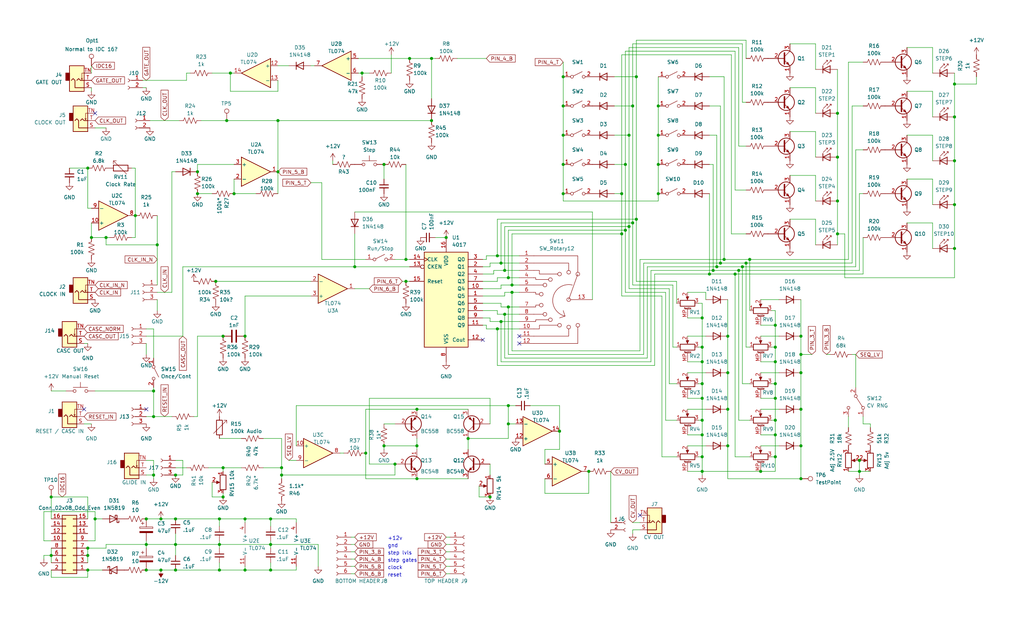
<source format=kicad_sch>
(kicad_sch (version 20230121) (generator eeschema)

  (uuid 0183ccee-e064-4ef2-a2e7-6b862e9a0382)

  (paper "USLegal")

  (title_block
    (comment 1 "Q1 to Q10: 2N3904")
  )

  

  (junction (at 93.98 189.23) (diameter 0) (color 0 0 0 0)
    (uuid 011c419d-5ff7-4363-9075-2856a4ede88f)
  )
  (junction (at 331.47 29.21) (diameter 0) (color 0 0 0 0)
    (uuid 015055e6-efde-4c4f-9c46-23f9a2170636)
  )
  (junction (at 220.98 76.2) (diameter 0) (color 0 0 0 0)
    (uuid 0498acf2-4a42-41b9-8a83-9cb827618b58)
  )
  (junction (at 243.84 158.75) (diameter 0) (color 0 0 0 0)
    (uuid 05073c47-fcd0-4703-b249-b58b15dcd343)
  )
  (junction (at 55.88 198.12) (diameter 0) (color 0 0 0 0)
    (uuid 070dea96-734a-4fe8-a645-17436b18cde3)
  )
  (junction (at 140.97 90.17) (diameter 0) (color 0 0 0 0)
    (uuid 08e06723-1a31-40ea-b20f-d54b0930880b)
  )
  (junction (at 215.9 81.28) (diameter 0) (color 0 0 0 0)
    (uuid 09d976e8-010f-4185-9bdf-d4100d2563b0)
  )
  (junction (at 176.53 147.32) (diameter 0) (color 0 0 0 0)
    (uuid 09dc6ad5-96b3-4257-9951-9520aa58b64e)
  )
  (junction (at 257.81 92.71) (diameter 0) (color 0 0 0 0)
    (uuid 0a417d28-b685-4616-8540-d93b7cb28c4f)
  )
  (junction (at 33.02 180.34) (diameter 0) (color 0 0 0 0)
    (uuid 0a591257-640d-4ffa-adc7-e889a7ee0fde)
  )
  (junction (at 96.52 59.69) (diameter 0) (color 0 0 0 0)
    (uuid 0d11bdee-7ff2-4cb0-b2ff-c9ea355843f1)
  )
  (junction (at 215.9 67.31) (diameter 0) (color 0 0 0 0)
    (uuid 0e892fb9-6784-4f36-b722-0f39176507ea)
  )
  (junction (at 97.79 162.56) (diameter 0) (color 0 0 0 0)
    (uuid 0fa26cf6-f5e1-4549-94db-de87d2901a33)
  )
  (junction (at 195.58 57.15) (diameter 0) (color 0 0 0 0)
    (uuid 1005738a-a047-4fc9-8ad0-6948cc031bdb)
  )
  (junction (at 137.16 161.29) (diameter 0) (color 0 0 0 0)
    (uuid 114f4115-0de8-43e7-a920-c3df365eb20e)
  )
  (junction (at 144.78 166.37) (diameter 0) (color 0 0 0 0)
    (uuid 128a0f63-431a-47f0-bc44-2a56e2ef8490)
  )
  (junction (at 60.96 165.1) (diameter 0) (color 0 0 0 0)
    (uuid 13211f70-52a9-4e95-9b76-3c799300d1ba)
  )
  (junction (at 31.75 82.55) (diameter 0) (color 0 0 0 0)
    (uuid 14d46af3-c6d9-4f7e-b6fd-9a6b2ce626a9)
  )
  (junction (at 54.61 85.09) (diameter 0) (color 0 0 0 0)
    (uuid 18594226-b69a-4ed4-bd94-0670de485a48)
  )
  (junction (at 228.6 67.31) (diameter 0) (color 0 0 0 0)
    (uuid 1a2349e1-c614-4e54-9a0c-d33c56eda138)
  )
  (junction (at 269.24 138.43) (diameter 0) (color 0 0 0 0)
    (uuid 1ae7b0fa-0961-4fa9-b7a3-9899c89833f7)
  )
  (junction (at 53.34 144.78) (diameter 0) (color 0 0 0 0)
    (uuid 1af74c4a-3bf5-481f-903d-93cab53c2751)
  )
  (junction (at 204.47 163.83) (diameter 0) (color 0 0 0 0)
    (uuid 1c64c6c6-3c7b-4ea7-b7e3-2713d3f0a6c0)
  )
  (junction (at 68.58 67.31) (diameter 0) (color 0 0 0 0)
    (uuid 1cbe768f-d83e-48ea-9fc1-0ccbc01d54e1)
  )
  (junction (at 36.83 82.55) (diameter 0) (color 0 0 0 0)
    (uuid 1eb6c036-2edc-4802-b357-55e95c7d1581)
  )
  (junction (at 278.13 142.24) (diameter 0) (color 0 0 0 0)
    (uuid 1f16cde0-4b57-41af-b788-635dc2b5639e)
  )
  (junction (at 243.84 163.83) (diameter 0) (color 0 0 0 0)
    (uuid 20518cc6-f725-4d5e-9baf-324b533dcf19)
  )
  (junction (at 133.35 57.15) (diameter 0) (color 0 0 0 0)
    (uuid 2233ba33-dabb-42e5-a601-266667039581)
  )
  (junction (at 248.92 92.71) (diameter 0) (color 0 0 0 0)
    (uuid 22e49040-8e3d-42cb-ace8-4c4c8065d68d)
  )
  (junction (at 133.35 154.94) (diameter 0) (color 0 0 0 0)
    (uuid 2367f8f9-1876-4449-90c9-edb668827099)
  )
  (junction (at 269.24 146.05) (diameter 0) (color 0 0 0 0)
    (uuid 27b98583-ea3b-43ee-a47e-c4036dcc0071)
  )
  (junction (at 290.83 39.37) (diameter 0) (color 0 0 0 0)
    (uuid 31130b81-9c05-48b1-944c-ae88c1bdc9ee)
  )
  (junction (at 60.96 198.12) (diameter 0) (color 0 0 0 0)
    (uuid 34913eb3-6602-4ff0-af27-7abea154e8fe)
  )
  (junction (at 278.13 166.37) (diameter 0) (color 0 0 0 0)
    (uuid 349bc12f-e94f-4f55-911d-565566a403c5)
  )
  (junction (at 50.8 189.23) (diameter 0) (color 0 0 0 0)
    (uuid 35d8efe1-1c04-4f27-ae57-90e4de5a951e)
  )
  (junction (at 264.16 163.83) (diameter 0) (color 0 0 0 0)
    (uuid 36870a77-2079-4eaf-9c37-89b750ef9218)
  )
  (junction (at 125.73 25.4) (diameter 0) (color 0 0 0 0)
    (uuid 38f6937f-546f-433a-8623-80cc044ca6c1)
  )
  (junction (at 269.24 125.73) (diameter 0) (color 0 0 0 0)
    (uuid 3ae19dab-d8af-48d0-b430-a62911e3184a)
  )
  (junction (at 53.34 135.89) (diameter 0) (color 0 0 0 0)
    (uuid 3c3d0576-a51f-4b49-95af-83f1039dea1a)
  )
  (junction (at 76.2 198.12) (diameter 0) (color 0 0 0 0)
    (uuid 3dcacbfb-08e0-4510-8094-b15a3607711d)
  )
  (junction (at 331.47 55.88) (diameter 0) (color 0 0 0 0)
    (uuid 3efeea15-2555-409e-af77-545dcbe14fc3)
  )
  (junction (at 140.97 97.79) (diameter 0) (color 0 0 0 0)
    (uuid 411a9a8b-87ab-4ecb-b235-ac728ab4ee71)
  )
  (junction (at 331.47 40.64) (diameter 0) (color 0 0 0 0)
    (uuid 42def11b-5506-426d-89af-6663d275c9b9)
  )
  (junction (at 76.2 189.23) (diameter 0) (color 0 0 0 0)
    (uuid 43006a6e-3e71-467b-8ff5-5e161aa64490)
  )
  (junction (at 252.73 142.24) (diameter 0) (color 0 0 0 0)
    (uuid 43486642-a052-4f5a-9f32-2a67b59c5169)
  )
  (junction (at 17.78 172.72) (diameter 0) (color 0 0 0 0)
    (uuid 453ef305-8e7c-435f-9621-3d0c812bcc89)
  )
  (junction (at 97.79 165.1) (diameter 0) (color 0 0 0 0)
    (uuid 45b010ce-c4f6-458b-a67c-2b71a975c612)
  )
  (junction (at 218.44 46.99) (diameter 0) (color 0 0 0 0)
    (uuid 478e64c5-1054-428f-be6c-eb3bb90547f2)
  )
  (junction (at 176.53 106.68) (diameter 0) (color 0 0 0 0)
    (uuid 4a52cef7-51fb-4872-9b1d-d243f7d9fced)
  )
  (junction (at 175.26 109.22) (diameter 0) (color 0 0 0 0)
    (uuid 4c421e5c-91b5-4d6a-a64b-8fa06442d4fc)
  )
  (junction (at 228.6 46.99) (diameter 0) (color 0 0 0 0)
    (uuid 4d380500-1a1b-4593-83c0-bb847f5d9030)
  )
  (junction (at 290.83 69.85) (diameter 0) (color 0 0 0 0)
    (uuid 4d8cc647-2c0b-4167-8dec-d35a59f3a146)
  )
  (junction (at 149.86 41.91) (diameter 0) (color 0 0 0 0)
    (uuid 50aea820-6df7-4352-a6e8-43ac4e358895)
  )
  (junction (at 219.71 36.83) (diameter 0) (color 0 0 0 0)
    (uuid 535dec9e-082b-46b3-be6d-f39446f80371)
  )
  (junction (at 149.86 20.32) (diameter 0) (color 0 0 0 0)
    (uuid 55976355-6669-4f8f-b76c-d74fcf111d2e)
  )
  (junction (at 243.84 133.35) (diameter 0) (color 0 0 0 0)
    (uuid 58acb13d-c688-405c-ba87-f0c93138f77e)
  )
  (junction (at 30.48 198.12) (diameter 0) (color 0 0 0 0)
    (uuid 59d80ebf-c408-46df-99f6-8225dd2d451e)
  )
  (junction (at 194.31 149.86) (diameter 0) (color 0 0 0 0)
    (uuid 59faed92-55d5-4b06-aed3-b42bf6f48bfb)
  )
  (junction (at 96.52 41.91) (diameter 0) (color 0 0 0 0)
    (uuid 5cc55340-5bc5-419d-a217-020861c33d2a)
  )
  (junction (at 17.78 193.04) (diameter 0) (color 0 0 0 0)
    (uuid 5e43a13b-7929-4de6-aa7b-c3e0fe9c554a)
  )
  (junction (at 77.47 172.72) (diameter 0) (color 0 0 0 0)
    (uuid 5f2bc23f-3bad-434f-9925-74977bb5961b)
  )
  (junction (at 195.58 67.31) (diameter 0) (color 0 0 0 0)
    (uuid 62b2006d-72f2-43af-8dd8-d22d4538bec8)
  )
  (junction (at 219.71 77.47) (diameter 0) (color 0 0 0 0)
    (uuid 650c9c1e-dd03-4cc5-85cd-e8c16e051c0d)
  )
  (junction (at 173.99 111.76) (diameter 0) (color 0 0 0 0)
    (uuid 65781ae4-12cd-4edb-afdd-f057d2bbdd6d)
  )
  (junction (at 290.83 81.28) (diameter 0) (color 0 0 0 0)
    (uuid 6937e5a9-aeda-4677-95e0-d6843faf6a2f)
  )
  (junction (at 177.8 99.06) (diameter 0) (color 0 0 0 0)
    (uuid 6f1b7e21-af3c-49e4-98c5-bd7afee3aa10)
  )
  (junction (at 77.47 162.56) (diameter 0) (color 0 0 0 0)
    (uuid 71300f2a-f12b-4bc8-978e-09b48ecc60b1)
  )
  (junction (at 81.28 67.31) (diameter 0) (color 0 0 0 0)
    (uuid 71f2ba65-3980-44ae-aa6c-34e37e6e5dd3)
  )
  (junction (at 176.53 140.97) (diameter 0) (color 0 0 0 0)
    (uuid 7600cb2a-32f7-4489-9b78-c1e134d734a4)
  )
  (junction (at 269.24 113.03) (diameter 0) (color 0 0 0 0)
    (uuid 767b877d-b030-4ea2-8f6b-a4eb58b2cabd)
  )
  (junction (at 252.73 129.54) (diameter 0) (color 0 0 0 0)
    (uuid 7683bb13-bd13-4b8f-b12b-18d4b994597f)
  )
  (junction (at 331.47 71.12) (diameter 0) (color 0 0 0 0)
    (uuid 768ba6d3-c917-431d-861b-17958550ac6e)
  )
  (junction (at 78.74 41.91) (diameter 0) (color 0 0 0 0)
    (uuid 78e10528-90c0-45b4-b4a7-6a4d1dbbcad7)
  )
  (junction (at 30.48 193.04) (diameter 0) (color 0 0 0 0)
    (uuid 796cdd9b-9f6f-4fba-a060-e83d39453b75)
  )
  (junction (at 298.45 163.83) (diameter 0) (color 0 0 0 0)
    (uuid 7a23dbcb-dae6-422b-9cd0-f2f3ce3b5e93)
  )
  (junction (at 278.13 123.19) (diameter 0) (color 0 0 0 0)
    (uuid 7acfb6e1-ec1e-4c73-b1ba-c3d051956343)
  )
  (junction (at 144.78 154.94) (diameter 0) (color 0 0 0 0)
    (uuid 804bbfdc-90eb-4088-82a2-50c0b5552fe8)
  )
  (junction (at 142.24 20.32) (diameter 0) (color 0 0 0 0)
    (uuid 81b707c6-4d1b-4c44-b952-073cc7619071)
  )
  (junction (at 172.72 114.3) (diameter 0) (color 0 0 0 0)
    (uuid 847ef4d2-a26f-4334-a34e-13bf1aefa8b2)
  )
  (junction (at 269.24 120.65) (diameter 0) (color 0 0 0 0)
    (uuid 85ce6f8b-55c0-4125-98ec-c92d18f3b2cb)
  )
  (junction (at 172.72 88.9) (diameter 0) (color 0 0 0 0)
    (uuid 8d1e2f59-09df-446a-8639-75d0c8288f3e)
  )
  (junction (at 50.8 198.12) (diameter 0) (color 0 0 0 0)
    (uuid 8d898de1-58e4-4ad6-88e0-c7766d796ae3)
  )
  (junction (at 278.13 154.94) (diameter 0) (color 0 0 0 0)
    (uuid 8ef872ae-231a-46e1-83d2-df835c2295e7)
  )
  (junction (at 195.58 26.67) (diameter 0) (color 0 0 0 0)
    (uuid 8f604f0d-51fa-4bd5-9228-1c6aa2221bab)
  )
  (junction (at 85.09 116.84) (diameter 0) (color 0 0 0 0)
    (uuid 8fb6715c-6505-4fef-9b98-24204da0643f)
  )
  (junction (at 246.38 95.25) (diameter 0) (color 0 0 0 0)
    (uuid 9111096c-9f99-4805-88e0-1ecb8b44ed9a)
  )
  (junction (at 247.65 93.98) (diameter 0) (color 0 0 0 0)
    (uuid 944cc285-6a62-40b6-820c-0bf3e6478689)
  )
  (junction (at 195.58 36.83) (diameter 0) (color 0 0 0 0)
    (uuid 95441015-4f24-4c38-849e-33064da69901)
  )
  (junction (at 217.17 80.01) (diameter 0) (color 0 0 0 0)
    (uuid 9565087c-cf3a-4845-af35-06f33ae21a17)
  )
  (junction (at 217.17 57.15) (diameter 0) (color 0 0 0 0)
    (uuid 9582a71e-cabb-4a8d-9541-18a03a4e4669)
  )
  (junction (at 123.19 92.71) (diameter 0) (color 0 0 0 0)
    (uuid 962665cd-ae6b-49e5-820a-5858e973ae13)
  )
  (junction (at 30.48 190.5) (diameter 0) (color 0 0 0 0)
    (uuid 99faebab-e1d0-47b6-8d10-147e19486063)
  )
  (junction (at 68.58 59.69) (diameter 0) (color 0 0 0 0)
    (uuid 9b8f24ea-e58d-440d-93f3-c07dea705b1a)
  )
  (junction (at 243.84 110.49) (diameter 0) (color 0 0 0 0)
    (uuid 9c607e57-8baf-4bfe-b6e8-f6695e679d02)
  )
  (junction (at 50.8 180.34) (diameter 0) (color 0 0 0 0)
    (uuid 9da8acd3-6492-4971-97af-b423114b3ac8)
  )
  (junction (at 30.48 58.42) (diameter 0) (color 0 0 0 0)
    (uuid 9e8b19ae-b85c-4ec5-b1ca-1bb1456dc798)
  )
  (junction (at 144.78 142.24) (diameter 0) (color 0 0 0 0)
    (uuid a2987099-838f-455f-9e94-9d833c8164b9)
  )
  (junction (at 80.01 25.4) (diameter 0) (color 0 0 0 0)
    (uuid a331e07c-e7a1-4551-84e8-96406472563e)
  )
  (junction (at 154.94 82.55) (diameter 0) (color 0 0 0 0)
    (uuid a3f18d3e-6080-4bc0-a898-7828693b0f40)
  )
  (junction (at 269.24 151.13) (diameter 0) (color 0 0 0 0)
    (uuid a719f73e-4927-449b-9891-4c97841033f4)
  )
  (junction (at 162.56 152.4) (diameter 0) (color 0 0 0 0)
    (uuid ac63d6df-2d67-424f-aa90-a97139cace46)
  )
  (junction (at 85.09 198.12) (diameter 0) (color 0 0 0 0)
    (uuid ae921906-958f-4de1-bf49-f8c1f5c5669f)
  )
  (junction (at 278.13 116.84) (diameter 0) (color 0 0 0 0)
    (uuid b35f0117-4ffc-4845-b6b1-4d3147eed72c)
  )
  (junction (at 243.84 138.43) (diameter 0) (color 0 0 0 0)
    (uuid b485af36-029a-4217-8fbf-705d3c1c1dca)
  )
  (junction (at 255.27 95.25) (diameter 0) (color 0 0 0 0)
    (uuid b727ddeb-e0f5-4ea5-93cc-095f4ba30d99)
  )
  (junction (at 220.98 26.67) (diameter 0) (color 0 0 0 0)
    (uuid b7787053-b507-4014-9616-9b7e32bb3fb4)
  )
  (junction (at 243.84 151.13) (diameter 0) (color 0 0 0 0)
    (uuid b8771b17-a68e-4879-a748-6b58e261bc04)
  )
  (junction (at 195.58 46.99) (diameter 0) (color 0 0 0 0)
    (uuid bd82b9fa-a008-41f6-92cf-85b7b1e8c93d)
  )
  (junction (at 173.99 91.44) (diameter 0) (color 0 0 0 0)
    (uuid c3165b36-2268-4803-91af-6b3caf83b2c5)
  )
  (junction (at 53.34 165.1) (diameter 0) (color 0 0 0 0)
    (uuid c420dbf7-2760-4dab-99a7-94871c4cbccc)
  )
  (junction (at 228.6 57.15) (diameter 0) (color 0 0 0 0)
    (uuid c78aa1eb-9252-4494-957d-f94af88e7704)
  )
  (junction (at 252.73 154.94) (diameter 0) (color 0 0 0 0)
    (uuid c7949983-f3dc-40fa-826a-06f40ff209d1)
  )
  (junction (at 269.24 133.35) (diameter 0) (color 0 0 0 0)
    (uuid d31fbc09-8155-4c78-80c7-19fb3d6e0db2)
  )
  (junction (at 55.88 180.34) (diameter 0) (color 0 0 0 0)
    (uuid d686accf-e0b1-432e-8335-2b2b106f4f06)
  )
  (junction (at 250.19 91.44) (diameter 0) (color 0 0 0 0)
    (uuid d6ed081a-9498-46b4-bec6-46c62fd2bda8)
  )
  (junction (at 60.96 180.34) (diameter 0) (color 0 0 0 0)
    (uuid d74b0c90-c805-4076-b9b5-8bd82c5fb948)
  )
  (junction (at 260.35 90.17) (diameter 0) (color 0 0 0 0)
    (uuid d837efc5-eda4-4ce5-a2e2-e91389040a5f)
  )
  (junction (at 298.45 160.02) (diameter 0) (color 0 0 0 0)
    (uuid d8406845-f76e-4ecd-9261-5ea53c984a40)
  )
  (junction (at 74.93 97.79) (diameter 0) (color 0 0 0 0)
    (uuid db1805a6-f52b-4206-bc0c-20f880d385e0)
  )
  (junction (at 269.24 158.75) (diameter 0) (color 0 0 0 0)
    (uuid db203f07-ab4d-494d-bd81-fb9cdba5141c)
  )
  (junction (at 85.09 180.34) (diameter 0) (color 0 0 0 0)
    (uuid dbc71a58-d67f-4b85-b551-ab8f67a7651f)
  )
  (junction (at 93.98 198.12) (diameter 0) (color 0 0 0 0)
    (uuid dc0b2b96-4d5f-4fdc-9487-fc344d8894f6)
  )
  (junction (at 177.8 101.6) (diameter 0) (color 0 0 0 0)
    (uuid dc2eb1dc-1766-46e0-840b-77ec38027cdb)
  )
  (junction (at 76.2 180.34) (diameter 0) (color 0 0 0 0)
    (uuid dfa49811-dab2-4b84-83bd-7a18b81556a9)
  )
  (junction (at 46.99 74.93) (diameter 0) (color 0 0 0 0)
    (uuid e6647efc-c800-4a38-8dc9-53bcbaf0134c)
  )
  (junction (at 256.54 93.98) (diameter 0) (color 0 0 0 0)
    (uuid e69b8516-11e7-4e53-8831-f21995f730f9)
  )
  (junction (at 243.84 146.05) (diameter 0) (color 0 0 0 0)
    (uuid e6a097f1-33bd-4a96-ad0c-cecec42277ee)
  )
  (junction (at 176.53 96.52) (diameter 0) (color 0 0 0 0)
    (uuid e6beb79f-38c1-4d4a-999f-e1438ac7a26f)
  )
  (junction (at 175.26 93.98) (diameter 0) (color 0 0 0 0)
    (uuid e97e5170-2deb-493e-8e2b-576288576b0c)
  )
  (junction (at 243.84 120.65) (diameter 0) (color 0 0 0 0)
    (uuid eb0e99ea-e310-4fa5-bb8e-26935703a7c9)
  )
  (junction (at 228.6 36.83) (diameter 0) (color 0 0 0 0)
    (uuid ebce4ade-a0ca-4562-91a2-768c0bba2afe)
  )
  (junction (at 331.47 86.36) (diameter 0) (color 0 0 0 0)
    (uuid ec39c78a-5b4c-48b4-8cff-3903a6ca84a5)
  )
  (junction (at 170.18 172.72) (diameter 0) (color 0 0 0 0)
    (uuid ec41788d-da39-4da3-8917-0d97c91007ad)
  )
  (junction (at 218.44 78.74) (diameter 0) (color 0 0 0 0)
    (uuid eeb0b500-9121-4393-9984-5ab628b43028)
  )
  (junction (at 251.46 90.17) (diameter 0) (color 0 0 0 0)
    (uuid f1159bce-7ed4-480b-b27d-26a8b28fc5e7)
  )
  (junction (at 60.96 189.23) (diameter 0) (color 0 0 0 0)
    (uuid f231537b-b45f-44b0-81f6-2ddc919320e4)
  )
  (junction (at 278.13 129.54) (diameter 0) (color 0 0 0 0)
    (uuid f40ab3cd-d74f-4ed5-9a0f-10ed44cbe68c)
  )
  (junction (at 127 157.48) (diameter 0) (color 0 0 0 0)
    (uuid f40c5ae5-10ab-41e9-8566-5b2b0eac56a7)
  )
  (junction (at 93.98 180.34) (diameter 0) (color 0 0 0 0)
    (uuid f413e20b-046e-4341-a5e4-878a914081d8)
  )
  (junction (at 243.84 125.73) (diameter 0) (color 0 0 0 0)
    (uuid f76c79a1-a2b8-4183-8520-495d8023bb81)
  )
  (junction (at 77.47 116.84) (diameter 0) (color 0 0 0 0)
    (uuid f7937d44-1234-4d17-9c3b-d03b7870d627)
  )
  (junction (at 252.73 116.84) (diameter 0) (color 0 0 0 0)
    (uuid f7bd8324-ce99-43ed-9828-097d6b2d30b7)
  )
  (junction (at 290.83 54.61) (diameter 0) (color 0 0 0 0)
    (uuid fbe51f3b-939f-4e45-9202-99cf4fc92e06)
  )
  (junction (at 259.08 91.44) (diameter 0) (color 0 0 0 0)
    (uuid fc5021b0-f783-415c-88fd-5e5c25fa0603)
  )

  (no_connect (at 180.34 116.84) (uuid 1dd65b67-37d9-4baa-8be4-c7291463e8f7))
  (no_connect (at 33.02 39.37) (uuid 2feef5e9-6b8d-4694-beb1-00bb1b0a4228))
  (no_connect (at 50.8 142.24) (uuid 73a0f5a2-b2ec-473d-a274-d168b273049a))
  (no_connect (at 222.25 179.07) (uuid 9cbae67f-2838-44ec-82b9-01b4e6c02a7c))
  (no_connect (at 29.21 142.24) (uuid dcf78844-6e34-4c76-8942-da9844c91b03))
  (no_connect (at 180.34 119.38) (uuid ef7bb7ed-7285-4098-b34b-6145d18519b0))
  (no_connect (at 167.64 118.11) (uuid f676239d-d10b-49dc-b8af-d9af617e51bc))

  (wire (pts (xy 102.87 180.34) (xy 102.87 181.61))
    (stroke (width 0) (type default))
    (uuid 0074c357-3ded-4010-9e9e-5ab05367bde2)
  )
  (wire (pts (xy 299.72 147.32) (xy 299.72 144.78))
    (stroke (width 0) (type default))
    (uuid 00813752-da5b-4695-a3cd-4b9603ae089c)
  )
  (wire (pts (xy 323.85 16.51) (xy 323.85 25.4))
    (stroke (width 0) (type default))
    (uuid 00c16e64-cf00-4334-acbc-55381a0d48ab)
  )
  (wire (pts (xy 217.17 80.01) (xy 217.17 101.6))
    (stroke (width 0) (type default))
    (uuid 01768d08-037c-44b9-bbd7-ad6616eee0eb)
  )
  (wire (pts (xy 133.35 57.15) (xy 133.35 62.23))
    (stroke (width 0) (type default))
    (uuid 018f8fd6-b035-40b0-be7b-71aec0204c43)
  )
  (wire (pts (xy 30.48 172.72) (xy 17.78 172.72))
    (stroke (width 0) (type default))
    (uuid 030e737b-7dd4-48cd-83e8-cf50a87ec4fe)
  )
  (wire (pts (xy 177.8 81.28) (xy 215.9 81.28))
    (stroke (width 0) (type default))
    (uuid 03eb185b-91c9-48bb-be55-932253ac2aa4)
  )
  (wire (pts (xy 177.8 81.28) (xy 177.8 99.06))
    (stroke (width 0) (type default))
    (uuid 040c08b7-8619-4363-b0c0-a3c89b9fe9fa)
  )
  (wire (pts (xy 173.99 99.06) (xy 177.8 99.06))
    (stroke (width 0) (type default))
    (uuid 045388af-7ac1-402f-8d73-1cfa13cfe524)
  )
  (wire (pts (xy 283.21 60.96) (xy 283.21 69.85))
    (stroke (width 0) (type default))
    (uuid 04d5d949-d504-41df-a482-2f952cf84e9a)
  )
  (wire (pts (xy 162.56 152.4) (xy 162.56 156.21))
    (stroke (width 0) (type default))
    (uuid 05036a34-3c4b-4199-832d-56cdf367979a)
  )
  (wire (pts (xy 189.23 166.37) (xy 189.23 171.45))
    (stroke (width 0) (type default))
    (uuid 055c5ca5-4451-47d3-bb56-e34c32681e18)
  )
  (wire (pts (xy 213.36 36.83) (xy 219.71 36.83))
    (stroke (width 0) (type default))
    (uuid 05fb5efb-370e-404c-a59c-940a8449859e)
  )
  (wire (pts (xy 323.85 77.47) (xy 323.85 86.36))
    (stroke (width 0) (type default))
    (uuid 063e9571-37e4-4ce1-82ca-e468fac0a01e)
  )
  (wire (pts (xy 331.47 96.52) (xy 293.37 96.52))
    (stroke (width 0) (type default))
    (uuid 06d1e7d8-a1e6-4ca1-ac92-30378d5e8ad9)
  )
  (wire (pts (xy 264.16 142.24) (xy 270.51 142.24))
    (stroke (width 0) (type default))
    (uuid 06f0abdf-8e14-4d93-a747-a90bbceed4e0)
  )
  (wire (pts (xy 63.5 92.71) (xy 123.19 92.71))
    (stroke (width 0) (type default))
    (uuid 0736b2e2-1fc9-4ddd-b774-033c7b19bebf)
  )
  (wire (pts (xy 125.73 25.4) (xy 128.27 25.4))
    (stroke (width 0) (type default))
    (uuid 07662333-109f-4e1d-aa49-1b813e80c3ea)
  )
  (wire (pts (xy 176.53 140.97) (xy 176.53 147.32))
    (stroke (width 0) (type default))
    (uuid 08183fa5-9e38-459f-94d1-6534d3217479)
  )
  (wire (pts (xy 97.79 162.56) (xy 97.79 165.1))
    (stroke (width 0) (type default))
    (uuid 08c12573-1d00-4152-bf96-0330a5186aa7)
  )
  (wire (pts (xy 175.26 93.98) (xy 180.34 93.98))
    (stroke (width 0) (type default))
    (uuid 08fc2023-0ce2-4ad4-b9c4-e4a56942bc69)
  )
  (wire (pts (xy 238.76 101.6) (xy 245.11 101.6))
    (stroke (width 0) (type default))
    (uuid 098a8db1-4e79-4cc7-b7d3-c7f052fd7d67)
  )
  (wire (pts (xy 64.77 25.4) (xy 64.77 27.94))
    (stroke (width 0) (type default))
    (uuid 098ef421-6dfa-46c3-a51f-badc3b509476)
  )
  (wire (pts (xy 269.24 125.73) (xy 269.24 133.35))
    (stroke (width 0) (type default))
    (uuid 0aae015e-ada4-4d8d-830e-581ff6054554)
  )
  (wire (pts (xy 227.33 95.25) (xy 227.33 127))
    (stroke (width 0) (type default))
    (uuid 0b07f73d-2d6d-40ad-8fbc-b56d2762406b)
  )
  (wire (pts (xy 156.21 194.31) (xy 154.94 194.31))
    (stroke (width 0) (type default))
    (uuid 0c05ca19-b3c9-471c-80da-c99c08197811)
  )
  (wire (pts (xy 53.34 134.62) (xy 53.34 135.89))
    (stroke (width 0) (type default))
    (uuid 0c0dc030-d366-44cd-ad75-2281e562d347)
  )
  (wire (pts (xy 50.8 180.34) (xy 55.88 180.34))
    (stroke (width 0) (type default))
    (uuid 0c536f4b-aac4-412d-b145-1b39bcabf054)
  )
  (wire (pts (xy 233.68 120.65) (xy 234.95 120.65))
    (stroke (width 0) (type default))
    (uuid 0d2cbd8f-e182-485f-b0aa-0bcb88313e0d)
  )
  (wire (pts (xy 172.72 76.2) (xy 220.98 76.2))
    (stroke (width 0) (type default))
    (uuid 0db3a00a-a1d5-4cd6-b0cb-4ae307b391fc)
  )
  (wire (pts (xy 50.8 116.84) (xy 63.5 116.84))
    (stroke (width 0) (type default))
    (uuid 0ede00d9-4423-44a5-9f8c-dd2203ff7edf)
  )
  (wire (pts (xy 215.9 67.31) (xy 215.9 81.28))
    (stroke (width 0) (type default))
    (uuid 0f1734ee-cd02-4d41-9fbf-6617974ac5d4)
  )
  (wire (pts (xy 267.97 158.75) (xy 269.24 158.75))
    (stroke (width 0) (type default))
    (uuid 0f5f0a99-a8e0-4a22-b15e-cb5611f26383)
  )
  (wire (pts (xy 30.48 198.12) (xy 35.56 198.12))
    (stroke (width 0) (type default))
    (uuid 0f8dd740-fdcc-4317-89c4-b9db47e391af)
  )
  (wire (pts (xy 297.18 123.19) (xy 297.18 134.62))
    (stroke (width 0) (type default))
    (uuid 106d3330-79e1-485c-b84b-fb3a48f7c730)
  )
  (wire (pts (xy 228.6 36.83) (xy 228.6 46.99))
    (stroke (width 0) (type default))
    (uuid 10f6aee3-5b64-49d4-88c9-014b38ee8ca9)
  )
  (wire (pts (xy 93.98 189.23) (xy 110.49 189.23))
    (stroke (width 0) (type default))
    (uuid 12411b7f-c35d-4e9e-935a-4f399f73002c)
  )
  (wire (pts (xy 177.8 101.6) (xy 180.34 101.6))
    (stroke (width 0) (type default))
    (uuid 1297ee5e-d2cd-4e04-a398-7d8af3200b89)
  )
  (wire (pts (xy 125.73 25.4) (xy 125.73 26.67))
    (stroke (width 0) (type default))
    (uuid 12d45c8a-a164-498c-b47b-30a8d7ba0cf9)
  )
  (wire (pts (xy 167.64 100.33) (xy 173.99 100.33))
    (stroke (width 0) (type default))
    (uuid 13046eb0-59a1-4cbe-9e1c-0df6525dae05)
  )
  (wire (pts (xy 252.73 104.14) (xy 252.73 116.84))
    (stroke (width 0) (type default))
    (uuid 1361fa46-9c97-4e5b-9ce3-a8e351407360)
  )
  (wire (pts (xy 269.24 120.65) (xy 269.24 125.73))
    (stroke (width 0) (type default))
    (uuid 13b1e1a2-44b4-4ab8-90e9-84ccaebb4026)
  )
  (wire (pts (xy 168.91 90.17) (xy 167.64 90.17))
    (stroke (width 0) (type default))
    (uuid 13f1b5d6-74da-4b80-89a0-87006257fd05)
  )
  (wire (pts (xy 173.99 77.47) (xy 173.99 91.44))
    (stroke (width 0) (type default))
    (uuid 1428f379-0a0c-4b46-9c0a-312af3a66d03)
  )
  (wire (pts (xy 290.83 39.37) (xy 290.83 54.61))
    (stroke (width 0) (type default))
    (uuid 14594e85-7026-44fb-9209-57e9f54c91a0)
  )
  (wire (pts (xy 80.01 25.4) (xy 80.01 31.75))
    (stroke (width 0) (type default))
    (uuid 15a371e5-bc1a-4597-8348-4a59dca82472)
  )
  (wire (pts (xy 259.08 81.28) (xy 254 81.28))
    (stroke (width 0) (type default))
    (uuid 15ec230e-505a-4acc-82a6-0e51e2ff84c6)
  )
  (wire (pts (xy 248.92 46.99) (xy 248.92 92.71))
    (stroke (width 0) (type default))
    (uuid 1698c7d9-b8e5-4704-a0d2-1b986cb59d73)
  )
  (wire (pts (xy 213.36 26.67) (xy 220.98 26.67))
    (stroke (width 0) (type default))
    (uuid 16f3a0f3-d1f1-4fb2-a80d-15f72a38032a)
  )
  (wire (pts (xy 283.21 76.2) (xy 283.21 85.09))
    (stroke (width 0) (type default))
    (uuid 17a13294-042c-43c9-8ded-148b1e9d71f7)
  )
  (wire (pts (xy 73.66 25.4) (xy 80.01 25.4))
    (stroke (width 0) (type default))
    (uuid 1841956a-1591-49dd-9020-444fd924a1f3)
  )
  (wire (pts (xy 60.96 189.23) (xy 76.2 189.23))
    (stroke (width 0) (type default))
    (uuid 18a9b380-41a9-4d7b-8e51-14f4e71ddee8)
  )
  (wire (pts (xy 269.24 151.13) (xy 269.24 158.75))
    (stroke (width 0) (type default))
    (uuid 196c782f-b66d-41f4-86f0-1babb6b2abf7)
  )
  (wire (pts (xy 252.73 129.54) (xy 252.73 142.24))
    (stroke (width 0) (type default))
    (uuid 1a800bfd-a0ca-4bb2-9a47-5fcf6236fee7)
  )
  (wire (pts (xy 24.13 58.42) (xy 30.48 58.42))
    (stroke (width 0) (type default))
    (uuid 1b61b2be-e523-4af5-b41e-835c62fcc0ec)
  )
  (wire (pts (xy 213.36 57.15) (xy 217.17 57.15))
    (stroke (width 0) (type default))
    (uuid 1bec21ce-c1b0-43f2-84f4-0225643a7804)
  )
  (wire (pts (xy 172.72 114.3) (xy 180.34 114.3))
    (stroke (width 0) (type default))
    (uuid 1c4a0c24-e7eb-4db8-9ac6-2f85abb75c6a)
  )
  (wire (pts (xy 242.57 146.05) (xy 243.84 146.05))
    (stroke (width 0) (type default))
    (uuid 1c5145b4-2577-4032-a680-0c675a556095)
  )
  (wire (pts (xy 123.19 189.23) (xy 121.92 189.23))
    (stroke (width 0) (type default))
    (uuid 1c65ea17-1ca8-47ee-8a7f-596aa86948f6)
  )
  (wire (pts (xy 331.47 40.64) (xy 331.47 55.88))
    (stroke (width 0) (type default))
    (uuid 1c9c9a13-3d68-4a18-90f3-e657653cd765)
  )
  (wire (pts (xy 229.87 102.87) (xy 229.87 158.75))
    (stroke (width 0) (type default))
    (uuid 1cdf5679-3d77-4ae5-90df-15c79204965e)
  )
  (wire (pts (xy 195.58 21.59) (xy 195.58 26.67))
    (stroke (width 0) (type default))
    (uuid 1d18c942-eb98-4ced-b8a1-d2e40559f038)
  )
  (wire (pts (xy 133.35 154.94) (xy 133.35 156.21))
    (stroke (width 0) (type default))
    (uuid 1e1c8807-ca5e-4da3-8c9a-c72c951c8980)
  )
  (wire (pts (xy 246.38 95.25) (xy 255.27 95.25))
    (stroke (width 0) (type default))
    (uuid 1e56bced-0848-4b6d-93de-75bc2ebe7173)
  )
  (wire (pts (xy 171.45 93.98) (xy 175.26 93.98))
    (stroke (width 0) (type default))
    (uuid 1e842d7e-3afb-4389-8a10-70842753dfe4)
  )
  (wire (pts (xy 204.47 163.83) (xy 204.47 171.45))
    (stroke (width 0) (type default))
    (uuid 1eb715b4-fca8-4107-885c-492290ccb815)
  )
  (wire (pts (xy 96.52 31.75) (xy 96.52 27.94))
    (stroke (width 0) (type default))
    (uuid 1ed7c6e5-5a4b-40b3-890f-306d5239e58d)
  )
  (wire (pts (xy 63.5 165.1) (xy 60.96 165.1))
    (stroke (width 0) (type default))
    (uuid 1ef6de90-a1cb-40d6-9e09-954c226825c7)
  )
  (wire (pts (xy 195.58 69.85) (xy 228.6 69.85))
    (stroke (width 0) (type default))
    (uuid 1ef86f09-82ba-47e4-8672-6802916cb08c)
  )
  (wire (pts (xy 278.13 123.19) (xy 278.13 129.54))
    (stroke (width 0) (type default))
    (uuid 1f275ef8-700c-48e7-855a-8df8923279a8)
  )
  (wire (pts (xy 176.53 106.68) (xy 176.53 123.19))
    (stroke (width 0) (type default))
    (uuid 1f5fb3d2-62bc-425b-aacc-eff4b3355b08)
  )
  (wire (pts (xy 264.16 104.14) (xy 270.51 104.14))
    (stroke (width 0) (type default))
    (uuid 2103bc5c-5a9a-4fb5-8d2b-abab57fcedd8)
  )
  (wire (pts (xy 63.5 160.02) (xy 63.5 165.1))
    (stroke (width 0) (type default))
    (uuid 212074c7-5ddf-43f3-b85c-821f9c8c11b3)
  )
  (wire (pts (xy 274.32 60.96) (xy 283.21 60.96))
    (stroke (width 0) (type default))
    (uuid 2142e024-aecd-49ce-bac7-fc724e41183e)
  )
  (wire (pts (xy 290.83 85.09) (xy 290.83 81.28))
    (stroke (width 0) (type default))
    (uuid 217b476a-7430-496e-b226-bfeff76aaed1)
  )
  (wire (pts (xy 219.71 36.83) (xy 219.71 77.47))
    (stroke (width 0) (type default))
    (uuid 21ae1422-9ebc-437c-98fd-8cdbba2308f9)
  )
  (wire (pts (xy 80.01 31.75) (xy 96.52 31.75))
    (stroke (width 0) (type default))
    (uuid 2236020f-5772-4486-b9f5-a34ddbb81b87)
  )
  (wire (pts (xy 251.46 26.67) (xy 251.46 90.17))
    (stroke (width 0) (type default))
    (uuid 2332c493-abf4-434c-9cd9-6c2a7f84f621)
  )
  (wire (pts (xy 238.76 138.43) (xy 243.84 138.43))
    (stroke (width 0) (type default))
    (uuid 236e7074-fe32-46d3-bffc-3ea3fe983423)
  )
  (wire (pts (xy 50.8 144.78) (xy 53.34 144.78))
    (stroke (width 0) (type default))
    (uuid 23e4bbb0-876e-4fe1-a791-09b3c24ae7ab)
  )
  (wire (pts (xy 172.72 97.79) (xy 172.72 96.52))
    (stroke (width 0) (type default))
    (uuid 2402964b-e1a0-4e4f-88a2-3fcfd0f241e9)
  )
  (wire (pts (xy 156.21 196.85) (xy 154.94 196.85))
    (stroke (width 0) (type default))
    (uuid 247a67f7-9d2b-4220-b2bc-bf8063e2958d)
  )
  (wire (pts (xy 64.77 27.94) (xy 49.53 27.94))
    (stroke (width 0) (type default))
    (uuid 24944034-5d98-41c7-aeef-5cb520c02c65)
  )
  (wire (pts (xy 180.34 109.22) (xy 175.26 109.22))
    (stroke (width 0) (type default))
    (uuid 25f1a8c9-4ddc-4b07-8058-473337c0d386)
  )
  (wire (pts (xy 171.45 95.25) (xy 171.45 93.98))
    (stroke (width 0) (type default))
    (uuid 2617168f-357c-465d-8a7c-f0f085ebe093)
  )
  (wire (pts (xy 218.44 16.51) (xy 218.44 46.99))
    (stroke (width 0) (type default))
    (uuid 2669e2c1-d335-421d-acc7-c7d0e94f8927)
  )
  (wire (pts (xy 255.27 17.78) (xy 217.17 17.78))
    (stroke (width 0) (type default))
    (uuid 268ae26d-f9f5-41e2-87bd-9c52ffca2778)
  )
  (wire (pts (xy 226.06 93.98) (xy 247.65 93.98))
    (stroke (width 0) (type default))
    (uuid 26a3fa84-f5e0-471a-ae8c-4cc98650a064)
  )
  (wire (pts (xy 231.14 101.6) (xy 231.14 146.05))
    (stroke (width 0) (type default))
    (uuid 26adc095-0dbe-49ad-bfc5-d5a3d0284ac5)
  )
  (wire (pts (xy 80.01 25.4) (xy 81.28 25.4))
    (stroke (width 0) (type default))
    (uuid 26df67a2-3700-4048-9291-14015c5e649a)
  )
  (wire (pts (xy 215.9 102.87) (xy 229.87 102.87))
    (stroke (width 0) (type default))
    (uuid 273375f2-c9ec-4edc-a782-ac73e370b914)
  )
  (wire (pts (xy 246.38 67.31) (xy 246.38 95.25))
    (stroke (width 0) (type default))
    (uuid 273ec1e3-97aa-4f05-98b5-4bd795314f68)
  )
  (wire (pts (xy 33.02 177.8) (xy 33.02 180.34))
    (stroke (width 0) (type default))
    (uuid 274e1a15-558c-455d-8481-5dcf1d901791)
  )
  (wire (pts (xy 50.8 160.02) (xy 53.34 160.02))
    (stroke (width 0) (type default))
    (uuid 27969eb5-a35a-4722-92a4-5e7a0c44ee82)
  )
  (wire (pts (xy 260.35 90.17) (xy 260.35 107.95))
    (stroke (width 0) (type default))
    (uuid 27aff9db-feb7-43cd-bd2b-0a059a1c3f98)
  )
  (wire (pts (xy 30.48 190.5) (xy 36.83 190.5))
    (stroke (width 0) (type default))
    (uuid 28a6d574-2dfb-4694-960a-8299a295dd90)
  )
  (wire (pts (xy 274.32 15.24) (xy 283.21 15.24))
    (stroke (width 0) (type default))
    (uuid 28ff35d7-0b0a-41d5-8ae1-1afd59c15233)
  )
  (wire (pts (xy 252.73 166.37) (xy 278.13 166.37))
    (stroke (width 0) (type default))
    (uuid 2a32df4c-5020-48bc-bdc2-781e1de4a336)
  )
  (wire (pts (xy 168.91 113.03) (xy 168.91 114.3))
    (stroke (width 0) (type default))
    (uuid 2a49ec9d-2e95-484e-a388-0cd3d1738668)
  )
  (wire (pts (xy 170.18 161.29) (xy 170.18 165.1))
    (stroke (width 0) (type default))
    (uuid 2a5fd56a-db7d-4dd8-8f57-e4d9de48bbf7)
  )
  (wire (pts (xy 238.76 154.94) (xy 245.11 154.94))
    (stroke (width 0) (type default))
    (uuid 2b580b61-5b13-402e-b0e3-733870d02d94)
  )
  (wire (pts (xy 175.26 78.74) (xy 218.44 78.74))
    (stroke (width 0) (type default))
    (uuid 2bdd39b5-e18d-4dd6-93db-66e5a729219c)
  )
  (wire (pts (xy 323.85 31.75) (xy 323.85 40.64))
    (stroke (width 0) (type default))
    (uuid 2c4d4887-1b89-421a-9a17-303e4b6b6e04)
  )
  (wire (pts (xy 172.72 114.3) (xy 172.72 127))
    (stroke (width 0) (type default))
    (uuid 2cf0a9b6-feb9-4df6-b6bc-12a2eeff6cbf)
  )
  (wire (pts (xy 93.98 180.34) (xy 93.98 182.88))
    (stroke (width 0) (type default))
    (uuid 2d8f9d37-f968-4055-8ade-55fb4cfd3bae)
  )
  (wire (pts (xy 278.13 142.24) (xy 278.13 154.94))
    (stroke (width 0) (type default))
    (uuid 2de11bca-c98c-4cfb-88f1-7f9c6ba044db)
  )
  (wire (pts (xy 314.96 62.23) (xy 323.85 62.23))
    (stroke (width 0) (type default))
    (uuid 2de13f4b-5e00-4f98-9c6d-73d97ede169a)
  )
  (wire (pts (xy 269.24 133.35) (xy 269.24 138.43))
    (stroke (width 0) (type default))
    (uuid 2e4b1138-f05a-4153-ab7c-0bd0a4f92989)
  )
  (wire (pts (xy 290.83 69.85) (xy 290.83 81.28))
    (stroke (width 0) (type default))
    (uuid 2eae8a5b-fbfb-4b4a-9672-eaa6796849d2)
  )
  (wire (pts (xy 119.38 157.48) (xy 118.11 157.48))
    (stroke (width 0) (type default))
    (uuid 2ec2dfbf-9725-4ce2-a1fe-e99dff645c7b)
  )
  (wire (pts (xy 68.58 57.15) (xy 68.58 59.69))
    (stroke (width 0) (type default))
    (uuid 2ed45247-0681-4c70-98ca-6bad2e80d725)
  )
  (wire (pts (xy 172.72 109.22) (xy 175.26 109.22))
    (stroke (width 0) (type default))
    (uuid 2f2bf9f9-441d-4b62-b51f-674bc20f45ce)
  )
  (wire (pts (xy 29.21 147.32) (xy 31.75 147.32))
    (stroke (width 0) (type default))
    (uuid 2f85001d-e8b7-4b8f-8e7c-e871259ef423)
  )
  (wire (pts (xy 15.24 177.8) (xy 33.02 177.8))
    (stroke (width 0) (type default))
    (uuid 2f8d7545-fa11-4358-b041-1919a39a1c35)
  )
  (wire (pts (xy 96.52 41.91) (xy 78.74 41.91))
    (stroke (width 0) (type default))
    (uuid 2ff26a64-5b01-4d36-9861-f9fccbb4d0a0)
  )
  (wire (pts (xy 123.19 194.31) (xy 121.92 194.31))
    (stroke (width 0) (type default))
    (uuid 3147fcdf-adda-4e00-a5c9-71c6050f9782)
  )
  (wire (pts (xy 331.47 29.21) (xy 339.09 29.21))
    (stroke (width 0) (type default))
    (uuid 322c11db-5286-4058-bdd4-88fa29e053b1)
  )
  (wire (pts (xy 31.75 22.86) (xy 31.75 25.4))
    (stroke (width 0) (type default))
    (uuid 3239b486-4c3a-4d0d-9fe1-b79467e904e8)
  )
  (wire (pts (xy 68.58 57.15) (xy 81.28 57.15))
    (stroke (width 0) (type default))
    (uuid 32d6076f-41bf-4c92-b2ef-ba362090bf95)
  )
  (wire (pts (xy 255.27 95.25) (xy 299.72 95.25))
    (stroke (width 0) (type default))
    (uuid 33755df3-2997-41f7-ac73-082db42c8ef8)
  )
  (wire (pts (xy 97.79 152.4) (xy 97.79 162.56))
    (stroke (width 0) (type default))
    (uuid 33901397-8329-4c9b-b843-53fa6c745d66)
  )
  (wire (pts (xy 31.75 72.39) (xy 30.48 72.39))
    (stroke (width 0) (type default))
    (uuid 346a2329-0139-448c-adbc-5c52f0e0b300)
  )
  (wire (pts (xy 278.13 104.14) (xy 278.13 116.84))
    (stroke (width 0) (type default))
    (uuid 34987e7d-1211-4776-bf45-b8d8a02b0058)
  )
  (wire (pts (xy 245.11 101.6) (xy 245.11 104.14))
    (stroke (width 0) (type default))
    (uuid 34b22ab0-a4c3-4543-a6f0-cc70724ecd2e)
  )
  (wire (pts (xy 295.91 36.83) (xy 299.72 36.83))
    (stroke (width 0) (type default))
    (uuid 3540ec8d-5eb3-4afc-936e-37011f7ace91)
  )
  (wire (pts (xy 111.76 63.5) (xy 111.76 90.17))
    (stroke (width 0) (type default))
    (uuid 35c5751c-e768-4cce-9c8e-735aaa7b77f1)
  )
  (wire (pts (xy 60.96 180.34) (xy 76.2 180.34))
    (stroke (width 0) (type default))
    (uuid 366b9800-6bbc-4d3f-9da6-647618f39022)
  )
  (wire (pts (xy 217.17 101.6) (xy 231.14 101.6))
    (stroke (width 0) (type default))
    (uuid 36710a29-8e56-48e5-921f-26390d3bbb59)
  )
  (wire (pts (xy 232.41 100.33) (xy 232.41 133.35))
    (stroke (width 0) (type default))
    (uuid 3692ac6e-af22-4564-936d-af8fe0da8f6a)
  )
  (wire (pts (xy 60.96 189.23) (xy 60.96 193.04))
    (stroke (width 0) (type default))
    (uuid 36b60918-131f-4685-b6c3-c67275af1c29)
  )
  (wire (pts (xy 195.58 57.15) (xy 195.58 67.31))
    (stroke (width 0) (type default))
    (uuid 37b2b507-632c-4bdf-a7b7-eb8f6a7db69b)
  )
  (wire (pts (xy 243.84 158.75) (xy 242.57 158.75))
    (stroke (width 0) (type default))
    (uuid 37ba68b3-a9a5-4022-8315-9f3a13dbe4c8)
  )
  (wire (pts (xy 85.09 198.12) (xy 85.09 196.85))
    (stroke (width 0) (type default))
    (uuid 3811e2e5-02a1-4893-8c62-10dcc07312a4)
  )
  (wire (pts (xy 215.9 19.05) (xy 215.9 67.31))
    (stroke (width 0) (type default))
    (uuid 3827a44f-0207-4017-904e-4ea8d42ac09d)
  )
  (wire (pts (xy 137.16 90.17) (xy 140.97 90.17))
    (stroke (width 0) (type default))
    (uuid 3835eaf6-f816-40ae-a82a-c509993d9c4f)
  )
  (wire (pts (xy 294.64 163.83) (xy 298.45 163.83))
    (stroke (width 0) (type default))
    (uuid 38c4ad0b-abb6-455f-92a9-be732a198d47)
  )
  (wire (pts (xy 269.24 158.75) (xy 269.24 163.83))
    (stroke (width 0) (type default))
    (uuid 3a425a08-81bf-42c0-a1fb-1c5624b0f2a4)
  )
  (wire (pts (xy 33.02 180.34) (xy 33.02 187.96))
    (stroke (width 0) (type default))
    (uuid 3a841f4a-12a3-455a-8f61-14878e0ec4b2)
  )
  (wire (pts (xy 283.21 45.72) (xy 283.21 54.61))
    (stroke (width 0) (type default))
    (uuid 3aa2979d-9cbd-4563-91b0-5014ec806b14)
  )
  (wire (pts (xy 213.36 46.99) (xy 218.44 46.99))
    (stroke (width 0) (type default))
    (uuid 3b207c6e-53a9-484c-af9d-83092e7665f2)
  )
  (wire (pts (xy 29.21 119.38) (xy 30.48 119.38))
    (stroke (width 0) (type default))
    (uuid 3b527e6b-d3dc-44da-88da-81ecf9d3c93b)
  )
  (wire (pts (xy 36.83 82.55) (xy 36.83 85.09))
    (stroke (width 0) (type default))
    (uuid 3b7ad2fe-2091-4504-9280-311ae28ae87c)
  )
  (wire (pts (xy 290.83 54.61) (xy 290.83 69.85))
    (stroke (width 0) (type default))
    (uuid 3d36852d-227e-45dd-9679-d566674aa1e1)
  )
  (wire (pts (xy 299.72 52.07) (xy 297.18 52.07))
    (stroke (width 0) (type default))
    (uuid 3d64a7f4-4198-40b9-b2a4-11d17061f755)
  )
  (wire (pts (xy 135.89 19.05) (xy 135.89 25.4))
    (stroke (width 0) (type default))
    (uuid 3dc743c8-9dde-47f1-bf34-8eee12697149)
  )
  (wire (pts (xy 81.28 62.23) (xy 81.28 67.31))
    (stroke (width 0) (type default))
    (uuid 3e4827ad-eb8c-4ceb-b8ba-3ce0c2a0074d)
  )
  (wire (pts (xy 33.02 135.89) (xy 53.34 135.89))
    (stroke (width 0) (type default))
    (uuid 3ea0db75-5062-42e8-b1aa-74d7db250a59)
  )
  (wire (pts (xy 45.72 58.42) (xy 46.99 58.42))
    (stroke (width 0) (type default))
    (uuid 3f57c2e9-9bd5-48af-806c-569985dd878e)
  )
  (wire (pts (xy 85.09 180.34) (xy 93.98 180.34))
    (stroke (width 0) (type default))
    (uuid 40010a77-6782-4ab7-a4d9-dc7e8f8cb6db)
  )
  (wire (pts (xy 260.35 90.17) (xy 294.64 90.17))
    (stroke (width 0) (type default))
    (uuid 40293f31-2d2b-4319-bae3-56a0c6693660)
  )
  (wire (pts (xy 254 81.28) (xy 254 19.05))
    (stroke (width 0) (type default))
    (uuid 4044bfc9-09e9-4200-916c-7bb30e521f63)
  )
  (wire (pts (xy 259.08 66.04) (xy 255.27 66.04))
    (stroke (width 0) (type default))
    (uuid 412c6ed0-e4c6-48ea-8b3d-69a1a7c7eaf4)
  )
  (wire (pts (xy 189.23 156.21) (xy 194.31 156.21))
    (stroke (width 0) (type default))
    (uuid 419e23d1-020d-443e-ab92-d1b78558a167)
  )
  (wire (pts (xy 228.6 69.85) (xy 228.6 67.31))
    (stroke (width 0) (type default))
    (uuid 41bf3304-1930-4a16-8480-0353d21ffb37)
  )
  (wire (pts (xy 54.61 85.09) (xy 54.61 99.06))
    (stroke (width 0) (type default))
    (uuid 43124f03-4fdb-407e-b794-7f53b3252a3c)
  )
  (wire (pts (xy 257.81 92.71) (xy 297.18 92.71))
    (stroke (width 0) (type default))
    (uuid 43e3ab10-b01e-483b-9f8f-a4de5f8d0373)
  )
  (wire (pts (xy 33.02 44.45) (xy 36.83 44.45))
    (stroke (width 0) (type default))
    (uuid 442d5c70-7ec2-483c-aa63-3ad7d6ae06b5)
  )
  (wire (pts (xy 60.96 185.42) (xy 60.96 189.23))
    (stroke (width 0) (type default))
    (uuid 44342498-eedd-4c58-81d0-41b0f8b6d43b)
  )
  (wire (pts (xy 298.45 93.98) (xy 298.45 67.31))
    (stroke (width 0) (type default))
    (uuid 45343125-769b-4cd5-a878-fe049bccbd2b)
  )
  (wire (pts (xy 151.13 82.55) (xy 154.94 82.55))
    (stroke (width 0) (type default))
    (uuid 45432334-2f6b-4d46-9933-1a309463281e)
  )
  (wire (pts (xy 250.19 91.44) (xy 259.08 91.44))
    (stroke (width 0) (type default))
    (uuid 45be822c-f5aa-481d-b068-0556b810d695)
  )
  (wire (pts (xy 264.16 116.84) (xy 270.51 116.84))
    (stroke (width 0) (type default))
    (uuid 460b2606-5c49-4506-9394-048d19c24c90)
  )
  (wire (pts (xy 93.98 180.34) (xy 102.87 180.34))
    (stroke (width 0) (type default))
    (uuid 4658ff03-b206-479a-a697-4a4877029ea2)
  )
  (wire (pts (xy 53.34 144.78) (xy 59.69 144.78))
    (stroke (width 0) (type default))
    (uuid 472d8d68-0283-429b-8f73-29fabd5f41ba)
  )
  (wire (pts (xy 177.8 101.6) (xy 177.8 121.92))
    (stroke (width 0) (type default))
    (uuid 47f6c29c-45d9-4432-8725-fefa94223901)
  )
  (wire (pts (xy 205.74 104.14) (xy 205.74 73.66))
    (stroke (width 0) (type default))
    (uuid 480b3ba3-8568-471a-9b2c-c0c9636b8422)
  )
  (wire (pts (xy 96.52 22.86) (xy 100.33 22.86))
    (stroke (width 0) (type default))
    (uuid 48f460a4-45a1-4b53-94fd-09e460cc87d9)
  )
  (wire (pts (xy 238.76 142.24) (xy 245.11 142.24))
    (stroke (width 0) (type default))
    (uuid 496b0a9c-f370-43e5-9fe6-3ac2efbb0e49)
  )
  (wire (pts (xy 184.15 140.97) (xy 194.31 140.97))
    (stroke (width 0) (type default))
    (uuid 4a55e237-154f-4ac6-bafb-171f0ed9ecc6)
  )
  (wire (pts (xy 246.38 46.99) (xy 248.92 46.99))
    (stroke (width 0) (type default))
    (uuid 4aa9526e-7366-4b36-94be-a350be4becca)
  )
  (wire (pts (xy 123.19 186.69) (xy 121.92 186.69))
    (stroke (width 0) (type default))
    (uuid 4b043d84-bb8b-4e5c-a452-67e6d5fcfc90)
  )
  (wire (pts (xy 76.2 180.34) (xy 76.2 182.88))
    (stroke (width 0) (type default))
    (uuid 4b10eaa4-1c5e-4289-96f5-133ff1ccfbea)
  )
  (wire (pts (xy 85.09 198.12) (xy 93.98 198.12))
    (stroke (width 0) (type default))
    (uuid 4be1dc18-e1b3-4baa-9620-98d16d201f96)
  )
  (wire (pts (xy 140.97 97.79) (xy 142.24 97.79))
    (stroke (width 0) (type default))
    (uuid 4bead6ed-2507-4ab9-b088-8d2e1ef799f2)
  )
  (wire (pts (xy 168.91 88.9) (xy 172.72 88.9))
    (stroke (width 0) (type default))
    (uuid 4c9ceeb1-9223-448c-9463-905ede27a30e)
  )
  (wire (pts (xy 83.82 152.4) (xy 76.2 152.4))
    (stroke (width 0) (type default))
    (uuid 4ccdde5a-3eb6-42e0-8fb7-ebf4e3c76633)
  )
  (wire (pts (xy 331.47 55.88) (xy 331.47 71.12))
    (stroke (width 0) (type default))
    (uuid 4d05e5f6-f9d9-4167-87ba-aa43d86a0b8a)
  )
  (wire (pts (xy 267.97 120.65) (xy 269.24 120.65))
    (stroke (width 0) (type default))
    (uuid 4d4a1d61-072f-43f9-9035-157f7524f56a)
  )
  (wire (pts (xy 93.98 189.23) (xy 93.98 190.5))
    (stroke (width 0) (type default))
    (uuid 4d8cef1d-afe4-44fd-b8d5-a31fceef3877)
  )
  (wire (pts (xy 229.87 158.75) (xy 234.95 158.75))
    (stroke (width 0) (type default))
    (uuid 4dd44334-a207-4e5c-ab36-94361a2e0c6c)
  )
  (wire (pts (xy 33.02 180.34) (xy 35.56 180.34))
    (stroke (width 0) (type default))
    (uuid 4e75c645-d002-4841-b473-8383194bc810)
  )
  (wire (pts (xy 298.45 163.83) (xy 302.26 163.83))
    (stroke (width 0) (type default))
    (uuid 4f62055a-a7ea-45e1-a746-7a2e34c0f8ac)
  )
  (wire (pts (xy 128.27 138.43) (xy 128.27 161.29))
    (stroke (width 0) (type default))
    (uuid 4f82e802-ce45-4e9f-b4dc-1d3d298f4223)
  )
  (wire (pts (xy 176.53 96.52) (xy 180.34 96.52))
    (stroke (width 0) (type default))
    (uuid 4f8b24e4-6087-4a34-a8bf-9de9cb4eb7bb)
  )
  (wire (pts (xy 248.92 92.71) (xy 257.81 92.71))
    (stroke (width 0) (type default))
    (uuid 501216c5-c4bf-4a9e-b6a0-7ca00f1c1ffd)
  )
  (wire (pts (xy 269.24 113.03) (xy 269.24 120.65))
    (stroke (width 0) (type default))
    (uuid 501d1dd2-0d13-45a2-81c9-611fb3ca4cb3)
  )
  (wire (pts (xy 194.31 156.21) (xy 194.31 149.86))
    (stroke (width 0) (type default))
    (uuid 5143f1f4-d1a2-43b9-8580-df7148759199)
  )
  (wire (pts (xy 246.38 26.67) (xy 251.46 26.67))
    (stroke (width 0) (type default))
    (uuid 520dee8a-dfb6-4034-9f3a-50f79c308bbc)
  )
  (wire (pts (xy 176.53 140.97) (xy 179.07 140.97))
    (stroke (width 0) (type default))
    (uuid 525a1129-492d-4f5e-84e7-5c5540658255)
  )
  (wire (pts (xy 77.47 162.56) (xy 77.47 163.83))
    (stroke (width 0) (type default))
    (uuid 526406cc-c93c-43a7-8891-cf4ada561f5f)
  )
  (wire (pts (xy 257.81 15.24) (xy 219.71 15.24))
    (stroke (width 0) (type default))
    (uuid 5331eb0b-4251-44f6-a4d3-8d4f1574af57)
  )
  (wire (pts (xy 173.99 111.76) (xy 180.34 111.76))
    (stroke (width 0) (type default))
    (uuid 5353703f-787f-42c1-97bc-7b1027fe6275)
  )
  (wire (pts (xy 17.78 172.72) (xy 17.78 180.34))
    (stroke (width 0) (type default))
    (uuid 5393aba1-e235-49f4-aa78-815e8e5ac997)
  )
  (wire (pts (xy 220.98 26.67) (xy 220.98 76.2))
    (stroke (width 0) (type default))
    (uuid 53c381df-0d99-4f3a-ad6b-968812f7f5bf)
  )
  (wire (pts (xy 218.44 78.74) (xy 218.44 100.33))
    (stroke (width 0) (type default))
    (uuid 53eb6081-446f-4d8d-bd8c-e5bbccf46a41)
  )
  (wire (pts (xy 260.35 120.65) (xy 259.08 120.65))
    (stroke (width 0) (type default))
    (uuid 5476534f-073d-471d-832e-718c1e9ef94b)
  )
  (wire (pts (xy 123.19 196.85) (xy 121.92 196.85))
    (stroke (width 0) (type default))
    (uuid 54a7b415-ae57-426f-bf33-431c7622d84c)
  )
  (wire (pts (xy 278.13 154.94) (xy 278.13 166.37))
    (stroke (width 0) (type default))
    (uuid 54c68f37-55cf-44b8-8cc6-6ea2c5deafd2)
  )
  (wire (pts (xy 154.94 199.39) (xy 156.21 199.39))
    (stroke (width 0) (type default))
    (uuid 54e97581-8710-4e79-bcb9-16237a28b62b)
  )
  (wire (pts (xy 17.78 198.12) (xy 17.78 200.66))
    (stroke (width 0) (type default))
    (uuid 55e42784-f252-4b1b-bfff-91ae29ddb431)
  )
  (wire (pts (xy 220.98 76.2) (xy 220.98 97.79))
    (stroke (width 0) (type default))
    (uuid 56317501-904d-42dd-ba72-456286df4f72)
  )
  (wire (pts (xy 77.47 171.45) (xy 77.47 172.72))
    (stroke (width 0) (type default))
    (uuid 57321333-158f-48d8-a3c2-7d3da5da9767)
  )
  (wire (pts (xy 54.61 74.93) (xy 54.61 85.09))
    (stroke (width 0) (type default))
    (uuid 576fecf2-6788-44ad-9cc5-7b2cb7478601)
  )
  (wire (pts (xy 226.06 93.98) (xy 226.06 125.73))
    (stroke (width 0) (type default))
    (uuid 57fbea3c-4fa3-4ddf-95bb-a65ff7d49450)
  )
  (wire (pts (xy 176.53 80.01) (xy 176.53 96.52))
    (stroke (width 0) (type default))
    (uuid 5811348b-e491-4bb6-9703-02cacbefb1fe)
  )
  (wire (pts (xy 170.18 147.32) (xy 170.18 138.43))
    (stroke (width 0) (type default))
    (uuid 59187b29-9c36-40ea-a9e6-3db888e6b7a1)
  )
  (wire (pts (xy 257.81 35.56) (xy 257.81 15.24))
    (stroke (width 0) (type default))
    (uuid 596efc1a-d8ef-4086-8ce8-e68609822e23)
  )
  (wire (pts (xy 15.24 193.04) (xy 15.24 194.31))
    (stroke (width 0) (type default))
    (uuid 597ad670-0739-49d5-bb81-c5ee6fad2f3c)
  )
  (wire (pts (xy 264.16 163.83) (xy 269.24 163.83))
    (stroke (width 0) (type default))
    (uuid 5a0deda8-d2ae-4dd1-91b9-6e3a5e53b807)
  )
  (wire (pts (xy 278.13 129.54) (xy 278.13 142.24))
    (stroke (width 0) (type default))
    (uuid 5a55935f-8498-4715-afa3-c0f1e2dc295e)
  )
  (wire (pts (xy 302.26 147.32) (xy 302.26 148.59))
    (stroke (width 0) (type default))
    (uuid 5bb6e6ef-8acd-4661-89d8-387bf27cc28c)
  )
  (wire (pts (xy 175.26 102.87) (xy 167.64 102.87))
    (stroke (width 0) (type default))
    (uuid 5c1be4f9-2de5-462f-9484-92baa4410285)
  )
  (wire (pts (xy 228.6 26.67) (xy 228.6 36.83))
    (stroke (width 0) (type default))
    (uuid 5c52b488-7953-4c99-9bba-9a5913763677)
  )
  (wire (pts (xy 139.7 97.79) (xy 140.97 97.79))
    (stroke (width 0) (type default))
    (uuid 5e0f1267-35e5-4dde-829e-44ad43280d1d)
  )
  (wire (pts (xy 264.16 125.73) (xy 269.24 125.73))
    (stroke (width 0) (type default))
    (uuid 5e887629-1f97-440d-b49e-ff9f4035c19d)
  )
  (wire (pts (xy 243.84 138.43) (xy 243.84 146.05))
    (stroke (width 0) (type default))
    (uuid 5f263a67-7f39-42dc-8c6c-8e1d773f5170)
  )
  (wire (pts (xy 260.35 133.35) (xy 257.81 133.35))
    (stroke (width 0) (type default))
    (uuid 600e0fe3-2ba4-4b41-92a9-65cd6252749d)
  )
  (wire (pts (xy 243.84 110.49) (xy 243.84 120.65))
    (stroke (width 0) (type default))
    (uuid 60fdfc47-4310-48b7-89f8-d5528a21aeae)
  )
  (wire (pts (xy 100.33 160.02) (xy 102.87 160.02))
    (stroke (width 0) (type default))
    (uuid 61114fa2-a7fe-4818-9aff-9264889b7809)
  )
  (wire (pts (xy 293.37 96.52) (xy 293.37 81.28))
    (stroke (width 0) (type default))
    (uuid 6111cabf-4493-4fba-9eed-0f934865893f)
  )
  (wire (pts (xy 50.8 189.23) (xy 50.8 190.5))
    (stroke (width 0) (type default))
    (uuid 6127fd5b-464c-467e-82d3-ed00bce50d87)
  )
  (wire (pts (xy 111.76 90.17) (xy 127 90.17))
    (stroke (width 0) (type default))
    (uuid 61690b9a-731d-4844-baf7-317fd95ca719)
  )
  (wire (pts (xy 259.08 13.97) (xy 220.98 13.97))
    (stroke (width 0) (type default))
    (uuid 61b4629b-fc66-448d-85b3-0f771f52b46d)
  )
  (wire (pts (xy 97.79 165.1) (xy 137.16 165.1))
    (stroke (width 0) (type default))
    (uuid 61eecd88-acc9-43e9-8f0f-6607fd1a5d38)
  )
  (wire (pts (xy 123.19 92.71) (xy 142.24 92.71))
    (stroke (width 0) (type default))
    (uuid 62ce1a20-51ab-4caf-b821-3b7ad4b9e0a2)
  )
  (wire (pts (xy 17.78 187.96) (xy 15.24 187.96))
    (stroke (width 0) (type default))
    (uuid 637aea41-1896-493e-9599-fc316ee0dace)
  )
  (wire (pts (xy 173.99 105.41) (xy 173.99 106.68))
    (stroke (width 0) (type default))
    (uuid 6428d2ed-91e5-4634-82f2-84e0af313fb3)
  )
  (wire (pts (xy 176.53 80.01) (xy 217.17 80.01))
    (stroke (width 0) (type default))
    (uuid 64369d7d-918f-474a-9fe9-2a712b57f1f4)
  )
  (wire (pts (xy 246.38 57.15) (xy 247.65 57.15))
    (stroke (width 0) (type default))
    (uuid 648b5b60-166f-4e51-a8d3-7cfe2fe73ad0)
  )
  (wire (pts (xy 17.78 193.04) (xy 15.24 193.04))
    (stroke (width 0) (type default))
    (uuid 64be9f68-5d7d-414d-a995-e6784f02fed1)
  )
  (wire (pts (xy 76.2 198.12) (xy 85.09 198.12))
    (stroke (width 0) (type default))
    (uuid 650d0fc0-7aa5-4a53-b1f3-2f60fbb2bbc6)
  )
  (wire (pts (xy 115.57 55.88) (xy 115.57 57.15))
    (stroke (width 0) (type default))
    (uuid 6517acc8-c651-445e-b719-1e75eed10cf5)
  )
  (wire (pts (xy 176.53 147.32) (xy 179.07 147.32))
    (stroke (width 0) (type default))
    (uuid 6525e102-8b90-4dbb-99d1-173055ed99c4)
  )
  (wire (pts (xy 85.09 180.34) (xy 85.09 181.61))
    (stroke (width 0) (type default))
    (uuid 653ccc41-6331-42e9-8c62-b7b9eaacb506)
  )
  (wire (pts (xy 17.78 190.5) (xy 17.78 193.04))
    (stroke (width 0) (type default))
    (uuid 6628a1c2-a78a-4b71-bba2-4e78e6e8b3f1)
  )
  (wire (pts (xy 227.33 95.25) (xy 246.38 95.25))
    (stroke (width 0) (type default))
    (uuid 662b16af-0115-4f9b-893f-88663ee55794)
  )
  (wire (pts (xy 76.2 195.58) (xy 76.2 198.12))
    (stroke (width 0) (type default))
    (uuid 6722cd08-3a4c-44ac-9790-6e083f3d65fc)
  )
  (wire (pts (xy 223.52 123.19) (xy 223.52 91.44))
    (stroke (width 0) (type default))
    (uuid 6751d0fd-ad6d-41b6-ab4f-423075aa3b12)
  )
  (wire (pts (xy 93.98 198.12) (xy 102.87 198.12))
    (stroke (width 0) (type default))
    (uuid 67ae22b4-56b4-4085-a4cc-0c6fd09ecd34)
  )
  (wire (pts (xy 243.84 120.65) (xy 243.84 125.73))
    (stroke (width 0) (type default))
    (uuid 67afa2cd-0e3d-4a09-ae93-e4d072b02793)
  )
  (wire (pts (xy 314.96 46.99) (xy 323.85 46.99))
    (stroke (width 0) (type default))
    (uuid 67f83f89-1f7c-47e1-95e1-a609c0d2f92b)
  )
  (wire (pts (xy 264.16 151.13) (xy 269.24 151.13))
    (stroke (width 0) (type default))
    (uuid 68c79547-098c-45a7-8a86-feb761f08f3c)
  )
  (wire (pts (xy 195.58 26.67) (xy 195.58 36.83))
    (stroke (width 0) (type default))
    (uuid 697ae067-5769-48c0-90a5-45a2f500282c)
  )
  (wire (pts (xy 59.69 59.69) (xy 59.69 101.6))
    (stroke (width 0) (type default))
    (uuid 6a5ffd2e-83cb-491e-a977-8cb8dfd44f28)
  )
  (wire (pts (xy 53.34 114.3) (xy 53.34 124.46))
    (stroke (width 0) (type default))
    (uuid 6a88d4d1-9992-44e2-815a-833dedabb46d)
  )
  (wire (pts (xy 170.18 91.44) (xy 173.99 91.44))
    (stroke (width 0) (type default))
    (uuid 6bc7c8a7-88d9-49cb-91b5-c6b175a4afd7)
  )
  (wire (pts (xy 269.24 138.43) (xy 269.24 146.05))
    (stroke (width 0) (type default))
    (uuid 6bd6293b-ecc9-41f6-8717-6c9a5fbb88be)
  )
  (wire (pts (xy 212.09 163.83) (xy 212.09 181.61))
    (stroke (width 0) (type default))
    (uuid 6d09d5b8-580e-41cb-ae38-3f9ac44af3a6)
  )
  (wire (pts (xy 172.72 76.2) (xy 172.72 88.9))
    (stroke (width 0) (type default))
    (uuid 6d768fff-2742-4c44-9599-0e4fd2b89902)
  )
  (wire (pts (xy 127 157.48) (xy 127 142.24))
    (stroke (width 0) (type default))
    (uuid 6da3a3b5-b756-429a-a47d-8907c0221146)
  )
  (wire (pts (xy 299.72 21.59) (xy 294.64 21.59))
    (stroke (width 0) (type default))
    (uuid 6e831aa6-27d6-4c7d-a9a9-abe17317fbf6)
  )
  (wire (pts (xy 50.8 119.38) (xy 50.8 123.19))
    (stroke (width 0) (type default))
    (uuid 6eac57ef-c841-4838-ae7c-b916def74429)
  )
  (wire (pts (xy 175.26 101.6) (xy 175.26 102.87))
    (stroke (width 0) (type default))
    (uuid 6ef0f0dc-a5b8-4993-9b89-33d67ec74ad4)
  )
  (wire (pts (xy 76.2 189.23) (xy 93.98 189.23))
    (stroke (width 0) (type default))
    (uuid 6f84c581-dab8-427d-a715-c7ae5efc507d)
  )
  (wire (pts (xy 96.52 41.91) (xy 96.52 59.69))
    (stroke (width 0) (type default))
    (uuid 6faa44f9-f51f-4e97-8976-f8111e0f4e97)
  )
  (wire (pts (xy 219.71 185.42) (xy 219.71 184.15))
    (stroke (width 0) (type default))
    (uuid 6fe004e2-2516-412d-ac2b-abb4bf0bc1e0)
  )
  (wire (pts (xy 220.98 97.79) (xy 234.95 97.79))
    (stroke (width 0) (type default))
    (uuid 6ff4799f-314b-446a-8930-fe21161a5004)
  )
  (wire (pts (xy 269.24 107.95) (xy 269.24 113.03))
    (stroke (width 0) (type default))
    (uuid 71b902f4-d6bb-43f2-b790-bb79747002da)
  )
  (wire (pts (xy 173.99 106.68) (xy 176.53 106.68))
    (stroke (width 0) (type default))
    (uuid 71f14634-cb87-495f-b135-e751ab00c40c)
  )
  (wire (pts (xy 85.09 102.87) (xy 85.09 116.84))
    (stroke (width 0) (type default))
    (uuid 7228aa36-2a30-4cb7-8c68-91f5ec0b7d83)
  )
  (wire (pts (xy 218.44 100.33) (xy 232.41 100.33))
    (stroke (width 0) (type default))
    (uuid 7235c174-633f-4bef-a5f8-eae428ed26b7)
  )
  (wire (pts (xy 91.44 152.4) (xy 97.79 152.4))
    (stroke (width 0) (type default))
    (uuid 729f5492-de43-476b-a52b-22d34c1b84aa)
  )
  (wire (pts (xy 36.83 82.55) (xy 38.1 82.55))
    (stroke (width 0) (type default))
    (uuid 72cb7027-ac90-49a6-b209-0a6600d9ef70)
  )
  (wire (pts (xy 166.37 168.91) (xy 166.37 172.72))
    (stroke (width 0) (type default))
    (uuid 73c61fdf-0b37-4075-a0eb-a173f760ebf0)
  )
  (wire (pts (xy 172.72 109.22) (xy 172.72 107.95))
    (stroke (width 0) (type default))
    (uuid 73dbd52b-376e-4326-8317-acc25a858b88)
  )
  (wire (pts (xy 36.83 189.23) (xy 50.8 189.23))
    (stroke (width 0) (type default))
    (uuid 74d30e74-7c45-4596-840a-82072164409c)
  )
  (wire (pts (xy 107.95 63.5) (xy 111.76 63.5))
    (stroke (width 0) (type default))
    (uuid 754b174f-2520-4610-bcd9-3a8d66e624bb)
  )
  (wire (pts (xy 173.99 77.47) (xy 219.71 77.47))
    (stroke (width 0) (type default))
    (uuid 7550b8ea-df14-42cc-bca1-6f9acad13205)
  )
  (wire (pts (xy 219.71 181.61) (xy 222.25 181.61))
    (stroke (width 0) (type default))
    (uuid 75a993a1-fc45-4407-877c-4946e13fc3cf)
  )
  (wire (pts (xy 158.75 20.32) (xy 168.91 20.32))
    (stroke (width 0) (type default))
    (uuid 76dda75e-09d9-42a4-88e5-a4e30a2a2288)
  )
  (wire (pts (xy 127 142.24) (xy 144.78 142.24))
    (stroke (width 0) (type default))
    (uuid 77390959-4f74-4fe6-8ed0-d4a15115c75b)
  )
  (wire (pts (xy 294.64 144.78) (xy 294.64 148.59))
    (stroke (width 0) (type default))
    (uuid 7776b33d-d20d-4b4e-b56f-48571b350c59)
  )
  (wire (pts (xy 96.52 59.69) (xy 96.52 67.31))
    (stroke (width 0) (type default))
    (uuid 78ed7c22-7a10-4fe8-92d2-7bdfabe75293)
  )
  (wire (pts (xy 176.53 147.32) (xy 176.53 152.4))
    (stroke (width 0) (type default))
    (uuid 79f58f59-394a-4f59-a3c1-369ff81fc7fc)
  )
  (wire (pts (xy 222.25 90.17) (xy 251.46 90.17))
    (stroke (width 0) (type default))
    (uuid 7a0d820a-afc8-412a-8d85-b5c09cf857c6)
  )
  (wire (pts (xy 64.77 25.4) (xy 66.04 25.4))
    (stroke (width 0) (type default))
    (uuid 7bbc02d9-50da-4427-aa63-86281aeb4e3c)
  )
  (wire (pts (xy 168.91 90.17) (xy 168.91 88.9))
    (stroke (width 0) (type default))
    (uuid 7bf06076-9362-418a-a33e-e450dbf8035e)
  )
  (wire (pts (xy 243.84 163.83) (xy 264.16 163.83))
    (stroke (width 0) (type default))
    (uuid 7c1db0fe-343f-423f-b32f-66a0c8d1deb4)
  )
  (wire (pts (xy 172.72 97.79) (xy 167.64 97.79))
    (stroke (width 0) (type default))
    (uuid 7c2fb323-68ff-4f1b-b5bb-5dfb73cae99f)
  )
  (wire (pts (xy 97.79 165.1) (xy 97.79 166.37))
    (stroke (width 0) (type default))
    (uuid 7d5747f7-1458-47b2-82dd-46ad93718c30)
  )
  (wire (pts (xy 264.16 129.54) (xy 270.51 129.54))
    (stroke (width 0) (type default))
    (uuid 7db84bf7-4ad8-43be-ba78-38f6b135ff91)
  )
  (wire (pts (xy 295.91 91.44) (xy 295.91 36.83))
    (stroke (width 0) (type default))
    (uuid 7e2d5d8d-862e-4ac4-bcc3-d75056c9da90)
  )
  (wire (pts (xy 144.78 142.24) (xy 162.56 142.24))
    (stroke (width 0) (type default))
    (uuid 7ee4f7a6-6b1c-49c8-b3cc-4eb9fc1668c0)
  )
  (wire (pts (xy 15.24 187.96) (xy 15.24 177.8))
    (stroke (width 0) (type default))
    (uuid 7fc58633-3df8-4fc7-a577-177628cb8ada)
  )
  (wire (pts (xy 299.72 82.55) (xy 299.72 95.25))
    (stroke (width 0) (type default))
    (uuid 7ff7ba69-3276-4830-a1e9-657ce3913fd8)
  )
  (wire (pts (xy 224.79 92.71) (xy 248.92 92.71))
    (stroke (width 0) (type default))
    (uuid 7ffa2b9d-db3a-4447-8b00-29287dc89075)
  )
  (wire (pts (xy 170.18 92.71) (xy 170.18 91.44))
    (stroke (width 0) (type default))
    (uuid 807302c0-dacf-435c-8b80-62c2c3bd5d85)
  )
  (wire (pts (xy 274.32 30.48) (xy 283.21 30.48))
    (stroke (width 0) (type default))
    (uuid 81b567de-498a-4885-a5d8-be16245bc1e8)
  )
  (wire (pts (xy 107.95 22.86) (xy 109.22 22.86))
    (stroke (width 0) (type default))
    (uuid 822e574a-deb0-42ea-9a78-8ea4a0fcac2f)
  )
  (wire (pts (xy 91.44 162.56) (xy 97.79 162.56))
    (stroke (width 0) (type default))
    (uuid 835bec31-1adb-4149-ba31-75e875d39d9f)
  )
  (wire (pts (xy 46.99 82.55) (xy 45.72 82.55))
    (stroke (width 0) (type default))
    (uuid 8369913f-1364-41ce-9261-4e8d2f24bc23)
  )
  (wire (pts (xy 259.08 20.32) (xy 259.08 13.97))
    (stroke (width 0) (type default))
    (uuid 839c6145-4e2d-4492-ba67-ad8280a4a783)
  )
  (wire (pts (xy 142.24 20.32) (xy 149.86 20.32))
    (stroke (width 0) (type default))
    (uuid 83bb4edb-fd95-45dd-86d7-f01057c8d7a6)
  )
  (wire (pts (xy 175.26 124.46) (xy 224.79 124.46))
    (stroke (width 0) (type default))
    (uuid 83bc888e-5f32-4fd8-be68-0b26cc29f494)
  )
  (wire (pts (xy 60.96 198.12) (xy 76.2 198.12))
    (stroke (width 0) (type default))
    (uuid 85d45e82-3b5c-4f1d-a4a6-e238d5c42177)
  )
  (wire (pts (xy 189.23 171.45) (xy 204.47 171.45))
    (stroke (width 0) (type default))
    (uuid 869c0072-cf69-409a-9350-c2a4c4427ba6)
  )
  (wire (pts (xy 124.46 25.4) (xy 125.73 25.4))
    (stroke (width 0) (type default))
    (uuid 8814008d-d487-468f-812d-1bbeb29b0ce7)
  )
  (wire (pts (xy 30.48 180.34) (xy 30.48 172.72))
    (stroke (width 0) (type default))
    (uuid 88f6c423-b2d3-4dd7-b31e-9704ed41d6ee)
  )
  (wire (pts (xy 60.96 162.56) (xy 64.77 162.56))
    (stroke (width 0) (type default))
    (uuid 8957b5c3-62b3-4f25-a754-194d3393b7c7)
  )
  (wire (pts (xy 175.26 78.74) (xy 175.26 93.98))
    (stroke (width 0) (type default))
    (uuid 8a2d9612-ead7-4932-83c5-00d149def14d)
  )
  (wire (pts (xy 93.98 187.96) (xy 93.98 189.23))
    (stroke (width 0) (type default))
    (uuid 8a3ee4ae-2dbb-40e7-b840-4ef75b33f411)
  )
  (wire (pts (xy 59.69 59.69) (xy 60.96 59.69))
    (stroke (width 0) (type default))
    (uuid 8a56fa0c-2227-4a07-bb95-190947f1711f)
  )
  (wire (pts (xy 72.39 162.56) (xy 77.47 162.56))
    (stroke (width 0) (type default))
    (uuid 8a656c17-906b-4fd0-bdf9-369b86b88df5)
  )
  (wire (pts (xy 123.19 100.33) (xy 128.27 100.33))
    (stroke (width 0) (type default))
    (uuid 8a8123f9-e4cf-44ae-a004-7df1c23d52ff)
  )
  (wire (pts (xy 68.58 67.31) (xy 73.66 67.31))
    (stroke (width 0) (type default))
    (uuid 8b237a74-1666-4778-80a8-2cafee258a7d)
  )
  (wire (pts (xy 264.16 113.03) (xy 269.24 113.03))
    (stroke (width 0) (type default))
    (uuid 8bd2feea-d777-4436-8631-a5ea3f27db42)
  )
  (wire (pts (xy 331.47 86.36) (xy 331.47 96.52))
    (stroke (width 0) (type default))
    (uuid 8ceee8ce-3f60-4566-ba67-6752e8cae259)
  )
  (wire (pts (xy 167.64 92.71) (xy 170.18 92.71))
    (stroke (width 0) (type default))
    (uuid 8e97eb8e-e777-4164-9ce0-14466ba130ff)
  )
  (wire (pts (xy 30.48 200.66) (xy 30.48 198.12))
    (stroke (width 0) (type default))
    (uuid 8f2dec76-b081-4793-95bc-2aa6561fb219)
  )
  (wire (pts (xy 76.2 189.23) (xy 76.2 190.5))
    (stroke (width 0) (type default))
    (uuid 8f4c62e1-b36b-4b00-bee1-4098e15d8782)
  )
  (wire (pts (xy 73.66 167.64) (xy 73.66 172.72))
    (stroke (width 0) (type default))
    (uuid 8fecb989-c8d7-4f81-9803-18b672ea12b1)
  )
  (wire (pts (xy 222.25 90.17) (xy 222.25 121.92))
    (stroke (width 0) (type default))
    (uuid 92cf178c-95ae-4c4b-9e7f-8429db0f82d5)
  )
  (wire (pts (xy 243.84 105.41) (xy 243.84 110.49))
    (stroke (width 0) (type default))
    (uuid 93ca4b15-ef74-4417-9702-aa99e4c9747b)
  )
  (wire (pts (xy 339.09 29.21) (xy 339.09 26.67))
    (stroke (width 0) (type default))
    (uuid 953e14f0-2489-4eed-83c2-4ca20b9e0532)
  )
  (wire (pts (xy 173.99 91.44) (xy 180.34 91.44))
    (stroke (width 0) (type default))
    (uuid 95b7b2a1-5419-4f09-878a-c5829d5084a8)
  )
  (wire (pts (xy 228.6 57.15) (xy 228.6 67.31))
    (stroke (width 0) (type default))
    (uuid 98450110-58c8-4004-beb2-4b661210333c)
  )
  (wire (pts (xy 232.41 133.35) (xy 234.95 133.35))
    (stroke (width 0) (type default))
    (uuid 994ad4ec-f776-463d-a749-fec98fff1e7a)
  )
  (wire (pts (xy 17.78 200.66) (xy 30.48 200.66))
    (stroke (width 0) (type default))
    (uuid 9a4688e3-1bd0-4436-b93f-c3268d55e79f)
  )
  (wire (pts (xy 252.73 142.24) (xy 252.73 154.94))
    (stroke (width 0) (type default))
    (uuid 9ad83ee5-90a0-4075-b9a0-2e3f94c35af6)
  )
  (wire (pts (xy 228.6 46.99) (xy 228.6 57.15))
    (stroke (width 0) (type default))
    (uuid 9b356723-0ea3-4878-8bdd-734a387789d5)
  )
  (wire (pts (xy 243.84 146.05) (xy 243.84 151.13))
    (stroke (width 0) (type default))
    (uuid 9b8430be-36fd-40c8-a9fa-317d7035ec8a)
  )
  (wire (pts (xy 144.78 166.37) (xy 127 166.37))
    (stroke (width 0) (type default))
    (uuid 9c6ad125-ddb3-489d-9bc7-910a0aff4552)
  )
  (wire (pts (xy 246.38 36.83) (xy 250.19 36.83))
    (stroke (width 0) (type default))
    (uuid 9d283bff-bfa6-4b5c-8cf7-276bac437cb9)
  )
  (wire (pts (xy 170.18 138.43) (xy 128.27 138.43))
    (stroke (width 0) (type default))
    (uuid 9d6a6cbe-1b26-4603-9461-800ca1448cd8)
  )
  (wire (pts (xy 177.8 99.06) (xy 180.34 99.06))
    (stroke (width 0) (type default))
    (uuid 9e0072fb-1177-4dc0-b3a1-785a10aa61ef)
  )
  (wire (pts (xy 68.58 144.78) (xy 67.31 144.78))
    (stroke (width 0) (type default))
    (uuid 9e2e4488-c35c-4962-abd6-da266f2804e5)
  )
  (wire (pts (xy 73.66 172.72) (xy 77.47 172.72))
    (stroke (width 0) (type default))
    (uuid a0593b17-de5e-4e32-9ddf-5ec150340eb9)
  )
  (wire (pts (xy 54.61 101.6) (xy 59.69 101.6))
    (stroke (width 0) (type default))
    (uuid a11fff0a-b739-45df-93a3-1289c8d40ff2)
  )
  (wire (pts (xy 323.85 46.99) (xy 323.85 55.88))
    (stroke (width 0) (type default))
    (uuid a15deeb6-85ec-45a6-b466-25ab4c96fcd5)
  )
  (wire (pts (xy 259.08 35.56) (xy 257.81 35.56))
    (stroke (width 0) (type default))
    (uuid a1b9ef69-dab2-4759-b22c-773b0fdb4bdc)
  )
  (wire (pts (xy 50.8 165.1) (xy 53.34 165.1))
    (stroke (width 0) (type default))
    (uuid a33ff63f-2740-44fb-8ae8-db19bd4bef1c)
  )
  (wire (pts (xy 238.76 125.73) (xy 243.84 125.73))
    (stroke (width 0) (type default))
    (uuid a3ffe689-7923-4fe0-9c44-b481e021714d)
  )
  (wire (pts (xy 231.14 146.05) (xy 234.95 146.05))
    (stroke (width 0) (type default))
    (uuid a48c403f-0346-4009-944a-16b6113a7561)
  )
  (wire (pts (xy 250.19 36.83) (xy 250.19 91.44))
    (stroke (width 0) (type default))
    (uuid a5984257-f927-469d-8e15-95b0df7ed5e7)
  )
  (wire (pts (xy 166.37 172.72) (xy 170.18 172.72))
    (stroke (width 0) (type default))
    (uuid a730b1ee-8af1-4dfe-af8e-8a2f3039befe)
  )
  (wire (pts (xy 314.96 77.47) (xy 323.85 77.47))
    (stroke (width 0) (type default))
    (uuid a841e0e6-bad3-4ce5-90ce-c80036e681db)
  )
  (wire (pts (xy 162.56 152.4) (xy 176.53 152.4))
    (stroke (width 0) (type default))
    (uuid a902b65d-5864-4d76-9d5c-918c67432919)
  )
  (wire (pts (xy 238.76 116.84) (xy 245.11 116.84))
    (stroke (width 0) (type default))
    (uuid a907987d-533b-45da-b577-350a1eb54e8f)
  )
  (wire (pts (xy 195.58 69.85) (xy 195.58 67.31))
    (stroke (width 0) (type default))
    (uuid a99ae5d3-fced-48d6-b322-512ec6e937ab)
  )
  (wire (pts (xy 223.52 91.44) (xy 250.19 91.44))
    (stroke (width 0) (type default))
    (uuid aaade958-7955-4868-991a-468fbec242cd)
  )
  (wire (pts (xy 219.71 184.15) (xy 222.25 184.15))
    (stroke (width 0) (type default))
    (uuid ab640b1d-1f8d-4044-aa49-01f1ab4ca0cc)
  )
  (wire (pts (xy 242.57 133.35) (xy 243.84 133.35))
    (stroke (width 0) (type default))
    (uuid aba32fe9-a414-4e6d-9e2b-8ab5ef1fa09a)
  )
  (wire (pts (xy 30.48 187.96) (xy 33.02 187.96))
    (stroke (width 0) (type default))
    (uuid ac32cdeb-5960-4b35-b2c0-46ffaac992ba)
  )
  (wire (pts (xy 251.46 90.17) (xy 260.35 90.17))
    (stroke (width 0) (type default))
    (uuid ac5881f3-ec1a-4f9c-8014-ea0df6284026)
  )
  (wire (pts (xy 176.53 123.19) (xy 223.52 123.19))
    (stroke (width 0) (type default))
    (uuid acbfe1c4-04a1-4937-9d9a-4b6257073c99)
  )
  (wire (pts (xy 123.19 73.66) (xy 205.74 73.66))
    (stroke (width 0) (type default))
    (uuid ad8668af-5c6f-4a1f-85a8-b3a1dca422cd)
  )
  (wire (pts (xy 121.92 199.39) (xy 123.19 199.39))
    (stroke (width 0) (type default))
    (uuid ade15a3c-8c80-4444-bd3d-df29f3dede79)
  )
  (wire (pts (xy 242.57 105.41) (xy 243.84 105.41))
    (stroke (width 0) (type default))
    (uuid aeef710c-fed2-47e2-bc2f-056da1529ede)
  )
  (wire (pts (xy 46.99 74.93) (xy 46.99 82.55))
    (stroke (width 0) (type default))
    (uuid af568e4b-ac01-4b41-8806-a826ebe77f1b)
  )
  (wire (pts (xy 172.72 96.52) (xy 176.53 96.52))
    (stroke (width 0) (type default))
    (uuid afbcc291-6d64-4022-b316-29c98ede84d6)
  )
  (wire (pts (xy 76.2 187.96) (xy 76.2 189.23))
    (stroke (width 0) (type default))
    (uuid b006516d-ccf9-4fdc-9d83-c9164add8613)
  )
  (wire (pts (xy 298.45 163.83) (xy 298.45 165.1))
    (stroke (width 0) (type default))
    (uuid b0eec5ab-694a-413f-b90b-c3753d400c88)
  )
  (wire (pts (xy 238.76 110.49) (xy 243.84 110.49))
    (stroke (width 0) (type default))
    (uuid b193ff6f-e574-4215-9c1d-ac0b9028295d)
  )
  (wire (pts (xy 31.75 77.47) (xy 31.75 82.55))
    (stroke (width 0) (type default))
    (uuid b23fa9f7-a4c9-41d1-99c6-7bc154de9739)
  )
  (wire (pts (xy 53.34 165.1) (xy 53.34 166.37))
    (stroke (width 0) (type default))
    (uuid b26d80e9-fea3-4309-8fef-362a99b1ab7f)
  )
  (wire (pts (xy 242.57 120.65) (xy 243.84 120.65))
    (stroke (width 0) (type default))
    (uuid b48d9757-909b-4f15-8175-7d7bc53bcbcf)
  )
  (wire (pts (xy 195.58 36.83) (xy 195.58 46.99))
    (stroke (width 0) (type default))
    (uuid b495a98e-a387-4ef8-be1e-5e3049c30626)
  )
  (wire (pts (xy 127 157.48) (xy 127 166.37))
    (stroke (width 0) (type default))
    (uuid b4cc3b5f-6c5f-4498-a508-c10cb27e57be)
  )
  (wire (pts (xy 154.94 189.23) (xy 156.21 189.23))
    (stroke (width 0) (type default))
    (uuid b52e77d3-ebc5-4b8a-94a7-0b3c5c924621)
  )
  (wire (pts (xy 238.76 129.54) (xy 245.11 129.54))
    (stroke (width 0) (type default))
    (uuid b5384625-d687-46a2-945a-26043e8818a7)
  )
  (wire (pts (xy 133.35 147.32) (xy 137.16 147.32))
    (stroke (width 0) (type default))
    (uuid b5b66b9c-1f0a-48c1-bb7f-7df014cdb72c)
  )
  (wire (pts (xy 222.25 121.92) (xy 177.8 121.92))
    (stroke (width 0) (type default))
    (uuid b5edb9f8-1ad3-4db3-8d93-7b96b5f53ddd)
  )
  (wire (pts (xy 53.34 160.02) (xy 53.34 165.1))
    (stroke (width 0) (type default))
    (uuid b60428ee-f426-412a-af9c-78a7950249be)
  )
  (wire (pts (xy 283.21 30.48) (xy 283.21 39.37))
    (stroke (width 0) (type default))
    (uuid b64931b8-73d1-4bc8-ab3b-a943a73038d1)
  )
  (wire (pts (xy 259.08 91.44) (xy 295.91 91.44))
    (stroke (width 0) (type default))
    (uuid b7f15fc4-15cc-40c1-ab61-524ffdfc69e9)
  )
  (wire (pts (xy 238.76 163.83) (xy 243.84 163.83))
    (stroke (width 0) (type default))
    (uuid bae4ac30-2d51-4115-9b42-b974f6e9fd02)
  )
  (wire (pts (xy 46.99 58.42) (xy 46.99 74.93))
    (stroke (width 0) (type default))
    (uuid bb2d953d-b709-4e1f-9c4f-3df114201852)
  )
  (wire (pts (xy 256.54 50.8) (xy 256.54 16.51))
    (stroke (width 0) (type default))
    (uuid bba69687-6ad3-4e8f-8200-ba7c5fc53d4b)
  )
  (wire (pts (xy 168.91 113.03) (xy 167.64 113.03))
    (stroke (width 0) (type default))
    (uuid bbdf3f29-5363-48fe-949b-74e209cdb13d)
  )
  (wire (pts (xy 219.71 77.47) (xy 219.71 99.06))
    (stroke (width 0) (type default))
    (uuid bbfe87da-4060-4083-a26f-ce7a238376a3)
  )
  (wire (pts (xy 302.26 147.32) (xy 299.72 147.32))
    (stroke (width 0) (type default))
    (uuid bc8e4d6c-2874-4083-b959-6c9ab57d4895)
  )
  (wire (pts (xy 283.21 15.24) (xy 283.21 24.13))
    (stroke (width 0) (type default))
    (uuid bcb9e4ed-23e2-4dfc-bd83-274cf0faa804)
  )
  (wire (pts (xy 290.83 24.13) (xy 290.83 39.37))
    (stroke (width 0) (type default))
    (uuid bd1f54de-c92d-4a86-be12-0f958f0cf9c9)
  )
  (wire (pts (xy 243.84 158.75) (xy 243.84 163.83))
    (stroke (width 0) (type default))
    (uuid bdceb66a-2e10-4ac0-8f17-b9f9cabd4283)
  )
  (wire (pts (xy 102.87 154.94) (xy 102.87 140.97))
    (stroke (width 0) (type default))
    (uuid be5286f9-81c2-40a8-9d57-b75b77344b52)
  )
  (wire (pts (xy 17.78 135.89) (xy 22.86 135.89))
    (stroke (width 0) (type default))
    (uuid beb28b0a-0b94-4a21-972d-ba194104bd5d)
  )
  (wire (pts (xy 68.58 116.84) (xy 68.58 144.78))
    (stroke (width 0) (type default))
    (uuid c0535a02-3e61-4965-826b-09cac0fcf43d)
  )
  (wire (pts (xy 243.84 133.35) (xy 243.84 138.43))
    (stroke (width 0) (type default))
    (uuid c05b3a08-cd55-4961-abfa-b83af40a1ec6)
  )
  (wire (pts (xy 290.83 81.28) (xy 293.37 81.28))
    (stroke (width 0) (type default))
    (uuid c0754e6b-7e7d-469a-a57b-3b1c37f6de90)
  )
  (wire (pts (xy 254 19.05) (xy 215.9 19.05))
    (stroke (width 0) (type default))
    (uuid c0a36846-0892-44ee-bcd0-4c5489b4945d)
  )
  (wire (pts (xy 55.88 180.34) (xy 60.96 180.34))
    (stroke (width 0) (type default))
    (uuid c1431f2b-45d8-436f-94cc-679bdedc4aab)
  )
  (wire (pts (xy 167.64 110.49) (xy 170.18 110.49))
    (stroke (width 0) (type default))
    (uuid c156411e-2446-4dd2-96cd-4381b50bbcb7)
  )
  (wire (pts (xy 224.79 124.46) (xy 224.79 92.71))
    (stroke (width 0) (type default))
    (uuid c18381ae-0117-43f9-ac4e-3ecd65ddfeb2)
  )
  (wire (pts (xy 260.35 146.05) (xy 256.54 146.05))
    (stroke (width 0) (type default))
    (uuid c1defefe-4682-4d7c-984c-37554767bfde)
  )
  (wire (pts (xy 278.13 116.84) (xy 278.13 123.19))
    (stroke (width 0) (type default))
    (uuid c223ab44-0ece-4a4b-9f92-9d2086a8b2ed)
  )
  (wire (pts (xy 144.78 154.94) (xy 133.35 154.94))
    (stroke (width 0) (type default))
    (uuid c25af04b-4bd0-45fa-a421-355cedcec906)
  )
  (wire (pts (xy 124.46 20.32) (xy 142.24 20.32))
    (stroke (width 0) (type default))
    (uuid c25f3ae9-4d18-4f22-9713-c01b451437df)
  )
  (wire (pts (xy 194.31 140.97) (xy 194.31 149.86))
    (stroke (width 0) (type default))
    (uuid c29b5af5-e135-45b2-a54d-11f41d5a2116)
  )
  (wire (pts (xy 36.83 190.5) (xy 36.83 189.23))
    (stroke (width 0) (type default))
    (uuid c2f9bbfe-12f3-40ef-9f1c-65a9e4743760)
  )
  (wire (pts (xy 96.52 41.91) (xy 149.86 41.91))
    (stroke (width 0) (type default))
    (uuid c39cf4b2-812e-4362-83df-c3bdd98b3040)
  )
  (wire (pts (xy 167.64 95.25) (xy 171.45 95.25))
    (stroke (width 0) (type default))
    (uuid c498d4c6-103c-485b-9b02-353d9f6ef509)
  )
  (wire (pts (xy 137.16 161.29) (xy 137.16 165.1))
    (stroke (width 0) (type default))
    (uuid c4a0c28f-e966-48d8-9395-dc2573af8b69)
  )
  (wire (pts (xy 170.18 111.76) (xy 173.99 111.76))
    (stroke (width 0) (type default))
    (uuid c4bc4b36-99fe-443e-82ef-dd415ff92815)
  )
  (wire (pts (xy 314.96 16.51) (xy 323.85 16.51))
    (stroke (width 0) (type default))
    (uuid c695f2b1-1b25-4399-8ead-abdad6382a70)
  )
  (wire (pts (xy 264.16 138.43) (xy 269.24 138.43))
    (stroke (width 0) (type default))
    (uuid c7f95d7e-27de-4f4b-b2c8-1c4cbdde4f84)
  )
  (wire (pts (xy 77.47 162.56) (xy 83.82 162.56))
    (stroke (width 0) (type default))
    (uuid c809d6fc-0380-4914-ba9d-64b65624290e)
  )
  (wire (pts (xy 55.88 198.12) (xy 60.96 198.12))
    (stroke (width 0) (type default))
    (uuid c83afad8-842b-4438-8d7e-d16c197c483e)
  )
  (wire (pts (xy 123.19 191.77) (xy 121.92 191.77))
    (stroke (width 0) (type default))
    (uuid c8a64501-986c-46af-b096-c3b6d54f081a)
  )
  (wire (pts (xy 50.8 198.12) (xy 55.88 198.12))
    (stroke (width 0) (type default))
    (uuid c98c1c99-b542-4e4c-843a-5fe3ddba9e27)
  )
  (wire (pts (xy 215.9 81.28) (xy 215.9 102.87))
    (stroke (width 0) (type default))
    (uuid cb772625-6b1f-4f48-96c8-fd4c94f3e5c4)
  )
  (wire (pts (xy 50.8 187.96) (xy 50.8 189.23))
    (stroke (width 0) (type default))
    (uuid cbb8aec9-3c54-45e4-ba76-33b31af25eff)
  )
  (wire (pts (xy 267.97 107.95) (xy 269.24 107.95))
    (stroke (width 0) (type default))
    (uuid cc3f313e-9e6b-4f25-a728-357971c541be)
  )
  (wire (pts (xy 256.54 93.98) (xy 298.45 93.98))
    (stroke (width 0) (type default))
    (uuid cc4e8ad7-2f6b-4963-9020-2d52aae25a04)
  )
  (wire (pts (xy 63.5 92.71) (xy 63.5 116.84))
    (stroke (width 0) (type default))
    (uuid cc5f0670-14d6-4e85-b071-7a3894c66f23)
  )
  (wire (pts (xy 247.65 57.15) (xy 247.65 93.98))
    (stroke (width 0) (type default))
    (uuid cc9348bb-9b91-4484-ba91-c15467a02e25)
  )
  (wire (pts (xy 172.72 127) (xy 227.33 127))
    (stroke (width 0) (type default))
    (uuid cddd2295-c405-4ddd-bb9d-2440c5542478)
  )
  (wire (pts (xy 298.45 67.31) (xy 299.72 67.31))
    (stroke (width 0) (type default))
    (uuid d061fc0c-f4f5-4967-a3c7-4535c3a0527b)
  )
  (wire (pts (xy 154.94 186.69) (xy 156.21 186.69))
    (stroke (width 0) (type default))
    (uuid d1f1fd35-4c0f-4cfd-8ff6-962b92690a21)
  )
  (wire (pts (xy 149.86 20.32) (xy 151.13 20.32))
    (stroke (width 0) (type default))
    (uuid d2166e8c-0293-463b-83f6-e4ffa84ddcff)
  )
  (wire (pts (xy 110.49 189.23) (xy 110.49 196.85))
    (stroke (width 0) (type default))
    (uuid d2b1252f-92bb-4f3b-b6b0-4d59a202cbc1)
  )
  (wire (pts (xy 220.98 13.97) (xy 220.98 26.67))
    (stroke (width 0) (type default))
    (uuid d3b48ebf-64ef-4d68-b287-5b6eb94bcf58)
  )
  (wire (pts (xy 102.87 140.97) (xy 176.53 140.97))
    (stroke (width 0) (type default))
    (uuid d3cd7e1e-05f1-48b9-ab40-dbe88ef43ca4)
  )
  (wire (pts (xy 69.85 41.91) (xy 78.74 41.91))
    (stroke (width 0) (type default))
    (uuid d3f84176-6bcd-40bc-9150-2927c8f7fb1b)
  )
  (wire (pts (xy 256.54 146.05) (xy 256.54 93.98))
    (stroke (width 0) (type default))
    (uuid d42e642e-e2e1-4aad-8fbe-69d8848f8222)
  )
  (wire (pts (xy 173.99 100.33) (xy 173.99 99.06))
    (stroke (width 0) (type default))
    (uuid d527d2dd-83ac-47eb-a8c0-ba0d66c21935)
  )
  (wire (pts (xy 314.96 31.75) (xy 323.85 31.75))
    (stroke (width 0) (type default))
    (uuid d5e83cf4-4e70-4ac6-8af1-aa4b056ad657)
  )
  (wire (pts (xy 267.97 133.35) (xy 269.24 133.35))
    (stroke (width 0) (type default))
    (uuid d6dde1f3-4a3e-419e-a9f8-54a9e8fa053c)
  )
  (wire (pts (xy 219.71 99.06) (xy 233.68 99.06))
    (stroke (width 0) (type default))
    (uuid d7b363e5-c34a-4d3d-84e2-02c81ebf6406)
  )
  (wire (pts (xy 173.99 111.76) (xy 173.99 125.73))
    (stroke (width 0) (type default))
    (uuid d7f94acc-da8b-45ed-a622-4cc77e30619a)
  )
  (wire (pts (xy 102.87 196.85) (xy 102.87 198.12))
    (stroke (width 0) (type default))
    (uuid d818aed7-9374-4ac2-aaf8-6c61f7477b1c)
  )
  (wire (pts (xy 298.45 160.02) (xy 298.45 163.83))
    (stroke (width 0) (type default))
    (uuid d88ace33-89d9-4f5a-ae3f-6780750394c1)
  )
  (wire (pts (xy 331.47 71.12) (xy 331.47 86.36))
    (stroke (width 0) (type default))
    (uuid d8a26f0a-9a2d-4a51-97aa-82c920a39eb2)
  )
  (wire (pts (xy 53.34 135.89) (xy 53.34 144.78))
    (stroke (width 0) (type default))
    (uuid d8cb11ba-8bb5-40ea-9e5f-2289f869c084)
  )
  (wire (pts (xy 247.65 93.98) (xy 256.54 93.98))
    (stroke (width 0) (type default))
    (uuid d8f9986f-0b0c-4461-a6d8-5bdef18c149a)
  )
  (wire (pts (xy 297.18 52.07) (xy 297.18 92.71))
    (stroke (width 0) (type default))
    (uuid d9dc3ce8-1992-40c4-83fd-99ec18b9de40)
  )
  (wire (pts (xy 140.97 90.17) (xy 142.24 90.17))
    (stroke (width 0) (type default))
    (uuid d9e10c55-7646-4740-b2b1-19791d926a36)
  )
  (wire (pts (xy 274.32 45.72) (xy 283.21 45.72))
    (stroke (width 0) (type default))
    (uuid da5f3b6b-98c0-4990-9ab5-399f472a2007)
  )
  (wire (pts (xy 140.97 57.15) (xy 140.97 90.17))
    (stroke (width 0) (type default))
    (uuid da853bf0-6e2e-4c4f-8c0f-4a117d03f89f)
  )
  (wire (pts (xy 60.96 160.02) (xy 63.5 160.02))
    (stroke (width 0) (type default))
    (uuid db36702b-577c-436e-8d77-da424fa27498)
  )
  (wire (pts (xy 167.64 107.95) (xy 172.72 107.95))
    (stroke (width 0) (type default))
    (uuid db99e688-9e90-4ce2-b968-5d6355e5dab7)
  )
  (wire (pts (xy 243.84 125.73) (xy 243.84 133.35))
    (stroke (width 0) (type default))
    (uuid dbcc7d4f-6764-44ba-97f1-9f57a1aca09d)
  )
  (wire (pts (xy 107.95 97.79) (xy 74.93 97.79))
    (stroke (width 0) (type default))
    (uuid dbd64fa0-9fd7-4f7f-96f3-14d9f54df49c)
  )
  (wire (pts (xy 243.84 163.83) (xy 243.84 165.1))
    (stroke (width 0) (type default))
    (uuid dcb163fc-2076-4984-8c8d-a22b8ce666fe)
  )
  (wire (pts (xy 260.35 158.75) (xy 255.27 158.75))
    (stroke (width 0) (type default))
    (uuid dd6d10f3-cda0-42f5-b74a-833f1b830aaf)
  )
  (wire (pts (xy 287.02 123.19) (xy 288.29 123.19))
    (stroke (width 0) (type default))
    (uuid ddc2ab81-c82b-43a2-a6c4-500e4c9edb5e)
  )
  (wire (pts (xy 144.78 152.4) (xy 144.78 154.94))
    (stroke (width 0) (type default))
    (uuid de1005a5-e803-49ee-8fe7-814d66091cf2)
  )
  (wire (pts (xy 30.48 193.04) (xy 30.48 195.58))
    (stroke (width 0) (type default))
    (uuid de5b23d9-5b2e-48a1-8376-273b2dce0c78)
  )
  (wire (pts (xy 168.91 114.3) (xy 172.72 114.3))
    (stroke (width 0) (type default))
    (uuid de92c192-4687-4944-96fc-0988ec8c3d40)
  )
  (wire (pts (xy 81.28 67.31) (xy 88.9 67.31))
    (stroke (width 0) (type default))
    (uuid df22fb29-51f4-45e3-bcf0-6bc0f18a323c)
  )
  (wire (pts (xy 30.48 190.5) (xy 30.48 193.04))
    (stroke (width 0) (type default))
    (uuid df6178f9-3ac9-4f5b-89e1-4e6d5cd5fa6f)
  )
  (wire (pts (xy 54.61 104.14) (xy 54.61 107.95))
    (stroke (width 0) (type default))
    (uuid e0fdec1e-c537-4b5b-8908-73390c4dfc96)
  )
  (wire (pts (xy 264.16 154.94) (xy 270.51 154.94))
    (stroke (width 0) (type default))
    (uuid e1049a6a-07e6-46e4-88c7-2c2a8434c835)
  )
  (wire (pts (xy 213.36 67.31) (xy 215.9 67.31))
    (stroke (width 0) (type default))
    (uuid e14b62cc-892a-4259-b329-a2f9a8f8a5d7)
  )
  (wire (pts (xy 195.58 46.99) (xy 195.58 57.15))
    (stroke (width 0) (type default))
    (uuid e14f2c9e-a043-4ced-bb31-3ab7a924ff4e)
  )
  (wire (pts (xy 50.8 30.48) (xy 49.53 30.48))
    (stroke (width 0) (type default))
    (uuid e1eeb17f-8c88-4109-9608-84dae79d0d17)
  )
  (wire (pts (xy 50.8 189.23) (xy 60.96 189.23))
    (stroke (width 0) (type default))
    (uuid e2e3c127-213e-41df-86ee-37c8f60156d8)
  )
  (wire (pts (xy 128.27 161.29) (xy 137.16 161.29))
    (stroke (width 0) (type default))
    (uuid e34f36e7-ce4b-4966-b140-bff660c1170e)
  )
  (wire (pts (xy 144.78 166.37) (xy 162.56 166.37))
    (stroke (width 0) (type default))
    (uuid e4cf63d4-164f-4099-add2-a4e8967b508b)
  )
  (wire (pts (xy 173.99 125.73) (xy 226.06 125.73))
    (stroke (width 0) (type default))
    (uuid e6287e44-25a1-48b4-b3bd-d6a5647f21be)
  )
  (wire (pts (xy 68.58 116.84) (xy 77.47 116.84))
    (stroke (width 0) (type default))
    (uuid e73c9ab9-8a7e-4dfb-b819-1f37dab8e51c)
  )
  (wire (pts (xy 252.73 116.84) (xy 252.73 129.54))
    (stroke (width 0) (type default))
    (uuid e74a1241-6538-40da-8138-1d2c38e47662)
  )
  (wire (pts (xy 243.84 151.13) (xy 243.84 158.75))
    (stroke (width 0) (type default))
    (uuid e8340f50-06d1-4005-9dd0-2d0527460efb)
  )
  (wire (pts (xy 31.75 30.48) (xy 31.75 31.75))
    (stroke (width 0) (type default))
    (uuid e8400152-d34b-45a7-8991-c296a4b440d4)
  )
  (wire (pts (xy 295.91 123.19) (xy 297.18 123.19))
    (stroke (width 0) (type default))
    (uuid e9dd4752-a8c6-459f-bf4e-17e9bb2bbb29)
  )
  (wire (pts (xy 257.81 133.35) (xy 257.81 92.71))
    (stroke (width 0) (type default))
    (uuid e9df941e-fb53-444f-a0d8-59df56d76752)
  )
  (wire (pts (xy 323.85 62.23) (xy 323.85 71.12))
    (stroke (width 0) (type default))
    (uuid ea0b6007-e3d3-45f6-bb27-5e6e9c72bc05)
  )
  (wire (pts (xy 170.18 110.49) (xy 170.18 111.76))
    (stroke (width 0) (type default))
    (uuid ea1e81dc-a549-41f2-b25e-cbada38b2e17)
  )
  (wire (pts (xy 31.75 82.55) (xy 36.83 82.55))
    (stroke (width 0) (type default))
    (uuid ea57ebf3-bb2d-4843-9193-291c99c29496)
  )
  (wire (pts (xy 176.53 106.68) (xy 180.34 106.68))
    (stroke (width 0) (type default))
    (uuid ea5e6541-3370-43a8-8f27-bd5566a27a95)
  )
  (wire (pts (xy 144.78 154.94) (xy 144.78 156.21))
    (stroke (width 0) (type default))
    (uuid eb86a10e-af06-4fcb-b32b-979fd33b462f)
  )
  (wire (pts (xy 156.21 191.77) (xy 154.94 191.77))
    (stroke (width 0) (type default))
    (uuid ec30a974-7061-48e5-9fa6-32aba3e8b4e1)
  )
  (wire (pts (xy 274.32 76.2) (xy 283.21 76.2))
    (stroke (width 0) (type default))
    (uuid ec788ecf-01b2-4ba1-ab57-c6cf7bf7a8b0)
  )
  (wire (pts (xy 294.64 21.59) (xy 294.64 90.17))
    (stroke (width 0) (type default))
    (uuid ecc35d0a-aeff-404d-a625-f9588150174c)
  )
  (wire (pts (xy 85.09 180.34) (xy 76.2 180.34))
    (stroke (width 0) (type default))
    (uuid ee0f57f9-5972-4af3-9649-55147e038618)
  )
  (wire (pts (xy 234.95 97.79) (xy 234.95 105.41))
    (stroke (width 0) (type default))
    (uuid ee6c504c-8093-4f69-a1e2-49eafa2ebb8c)
  )
  (wire (pts (xy 107.95 102.87) (xy 85.09 102.87))
    (stroke (width 0) (type default))
    (uuid ee9226c5-25bf-4156-a450-45aa8a7972f5)
  )
  (wire (pts (xy 278.13 123.19) (xy 281.94 123.19))
    (stroke (width 0) (type default))
    (uuid f04aaa27-6c03-481c-a7b7-3289a9e65e15)
  )
  (wire (pts (xy 52.07 41.91) (xy 62.23 41.91))
    (stroke (width 0) (type default))
    (uuid f085b0d1-f47e-4d2f-a90f-4426cd7d53c7)
  )
  (wire (pts (xy 259.08 50.8) (xy 256.54 50.8))
    (stroke (width 0) (type default))
    (uuid f0ff9bb4-ceaa-4252-9519-399cdbe6f9de)
  )
  (wire (pts (xy 217.17 57.15) (xy 217.17 80.01))
    (stroke (width 0) (type default))
    (uuid f1984a8b-b50a-4d8a-b8d4-7baae4df1cab)
  )
  (wire (pts (xy 175.26 109.22) (xy 175.26 124.46))
    (stroke (width 0) (type default))
    (uuid f2e01d81-8533-436e-8979-cffa7d1450a6)
  )
  (wire (pts (xy 255.27 66.04) (xy 255.27 17.78))
    (stroke (width 0) (type default))
    (uuid f2ec8b43-3495-4e6c-a99f-ed99e3e75d97)
  )
  (wire (pts (xy 167.64 105.41) (xy 173.99 105.41))
    (stroke (width 0) (type default))
    (uuid f386aebf-3b16-4249-becc-d15e356cf650)
  )
  (wire (pts (xy 30.48 58.42) (xy 30.48 72.39))
    (stroke (width 0) (type default))
    (uuid f3ccfe44-9f20-47c5-a1d0-64946ce20a54)
  )
  (wire (pts (xy 17.78 193.04) (xy 17.78 195.58))
    (stroke (width 0) (type default))
    (uuid f3e9a783-bdd6-4c01-98c1-646df11ed68e)
  )
  (wire (pts (xy 269.24 146.05) (xy 269.24 151.13))
    (stroke (width 0) (type default))
    (uuid f4427f7e-e123-45ab-b6b6-fcc9ba1a2bde)
  )
  (wire (pts (xy 149.86 20.32) (xy 149.86 34.29))
    (stroke (width 0) (type default))
    (uuid f4b56b90-b00c-456f-89fd-af41a31d8547)
  )
  (wire (pts (xy 218.44 46.99) (xy 218.44 78.74))
    (stroke (width 0) (type default))
    (uuid f519a4ec-378c-4f2b-8dbd-2a507d16aba9)
  )
  (wire (pts (xy 36.83 85.09) (xy 54.61 85.09))
    (stroke (width 0) (type default))
    (uuid f5d72141-750d-4a30-bb0c-db040c5ea006)
  )
  (wire (pts (xy 331.47 29.21) (xy 331.47 25.4))
    (stroke (width 0) (type default))
    (uuid f6549c48-e159-4805-8dcf-be78c7ae5d3f)
  )
  (wire (pts (xy 217.17 17.78) (xy 217.17 57.15))
    (stroke (width 0) (type default))
    (uuid f65fcaed-0e48-41be-9537-b2a8238e6538)
  )
  (wire (pts (xy 255.27 158.75) (xy 255.27 95.25))
    (stroke (width 0) (type default))
    (uuid f73cb702-3f24-489e-b233-cf8991046d36)
  )
  (wire (pts (xy 123.19 81.28) (xy 123.19 92.71))
    (stroke (width 0) (type default))
    (uuid f74cdbe5-37f8-419e-a572-682db528d7b3)
  )
  (wire (pts (xy 93.98 195.58) (xy 93.98 198.12))
    (stroke (width 0) (type default))
    (uuid f872803b-3c03-4251-bf57-6e14a34ecc85)
  )
  (wire (pts (xy 267.97 146.05) (xy 269.24 146.05))
    (stroke (width 0) (type default))
    (uuid f8985f7a-bb24-4cd8-8fe7-8a0ff0e24312)
  )
  (wire (pts (xy 252.73 166.37) (xy 252.73 154.94))
    (stroke (width 0) (type default))
    (uuid f8d6a671-562e-4b2d-adc8-971eacc103fc)
  )
  (wire (pts (xy 189.23 161.29) (xy 189.23 156.21))
    (stroke (width 0) (type default))
    (uuid f9f0debf-ce69-46c5-863b-a76d47d64af1)
  )
  (wire (pts (xy 50.8 114.3) (xy 53.34 114.3))
    (stroke (width 0) (type default))
    (uuid fa2bfb96-ef51-481e-9b7d-4f3012fd4098)
  )
  (wire (pts (xy 331.47 29.21) (xy 331.47 40.64))
    (stroke (width 0) (type default))
    (uuid fb605ac5-0248-469f-930d-02a88699516d)
  )
  (wire (pts (xy 233.68 99.06) (xy 233.68 120.65))
    (stroke (width 0) (type default))
    (uuid fbc1bcdd-154c-42ef-b05d-10cd4ca29a53)
  )
  (wire (pts (xy 259.08 91.44) (xy 259.08 120.65))
    (stroke (width 0) (type default))
    (uuid fc2077d0-70a5-49fa-aceb-805f07358748)
  )
  (wire (pts (xy 172.72 88.9) (xy 180.34 88.9))
    (stroke (width 0) (type default))
    (uuid fd525dbd-4700-4d30-800d-f1e9915c836f)
  )
  (wire (pts (xy 238.76 151.13) (xy 243.84 151.13))
    (stroke (width 0) (type default))
    (uuid fe219a01-18f8-4f4f-a347-31379db73b66)
  )
  (wire (pts (xy 219.71 15.24) (xy 219.71 36.83))
    (stroke (width 0) (type default))
    (uuid fe65f011-af14-45d1-abd0-79ae8f2d79f1)
  )
  (wire (pts (xy 175.26 101.6) (xy 177.8 101.6))
    (stroke (width 0) (type default))
    (uuid ff9c93ba-972c-4f5b-87d7-0571a14a42f4)
  )
  (wire (pts (xy 256.54 16.51) (xy 218.44 16.51))
    (stroke (width 0) (type default))
    (uuid ffaf9919-4777-435a-8ac1-572588618571)
  )

  (text "step gates" (at 134.62 195.58 0)
    (effects (font (size 1.27 1.27)) (justify left bottom))
    (uuid 23da323d-7bc1-4d3f-af87-15722cd6583c)
  )
  (text "gnd" (at 134.62 190.5 0)
    (effects (font (size 1.27 1.27)) (justify left bottom))
    (uuid 53d9e5ca-3258-4c73-a32b-966c38c80d50)
  )
  (text "reset" (at 134.62 200.66 0)
    (effects (font (size 1.27 1.27)) (justify left bottom))
    (uuid 646ed341-0cfe-4630-8a2e-525a81af4f6d)
  )
  (text "+12v" (at 134.62 187.96 0)
    (effects (font (size 1.27 1.27)) (justify left bottom))
    (uuid 8092ad64-bc2a-447f-9a8a-fea41836315c)
  )
  (text "step lvls" (at 134.62 193.04 0)
    (effects (font (size 1.27 1.27)) (justify left bottom))
    (uuid 8a989ca4-e5e8-46db-932d-0e566e57ec11)
  )
  (text "clock" (at 134.62 198.12 0)
    (effects (font (size 1.27 1.27)) (justify left bottom))
    (uuid 9eefe7c0-a193-4252-96be-5dbce2950dd8)
  )

  (global_label "GATE_OUT" (shape input) (at 50.8 27.94 90) (fields_autoplaced)
    (effects (font (size 1.27 1.27)) (justify left))
    (uuid 01b758b7-bf50-4053-82e8-5a0f4b952216)
    (property "Intersheetrefs" "${INTERSHEET_REFS}" (at 50.8 15.8834 90)
      (effects (font (size 1.27 1.27)) (justify left) hide)
    )
  )
  (global_label "GATE_OUT" (shape input) (at 31.75 27.94 0) (fields_autoplaced)
    (effects (font (size 1.27 1.27)) (justify left))
    (uuid 05efe1a1-c933-40e7-915b-eb2350c69767)
    (property "Intersheetrefs" "${INTERSHEET_REFS}" (at 43.8066 27.94 0)
      (effects (font (size 1.27 1.27)) (justify left) hide)
    )
  )
  (global_label "CASC_OUT" (shape input) (at 29.21 116.84 0) (fields_autoplaced)
    (effects (font (size 1.27 1.27)) (justify left))
    (uuid 0a36fc38-3abf-4fb0-9c9e-2b16f4b9be81)
    (property "Intersheetrefs" "${INTERSHEET_REFS}" (at 41.6295 116.84 0)
      (effects (font (size 1.27 1.27)) (justify left) hide)
    )
  )
  (global_label "PIN_5_B" (shape input) (at 123.19 196.85 0) (fields_autoplaced)
    (effects (font (size 1.27 1.27)) (justify left))
    (uuid 0cc3473d-6ff0-496c-9f1c-bf4077434d5a)
    (property "Intersheetrefs" "${INTERSHEET_REFS}" (at 133.7952 196.85 0)
      (effects (font (size 1.27 1.27)) (justify left) hide)
    )
  )
  (global_label "SEQ_LV" (shape input) (at 297.18 123.19 0) (fields_autoplaced)
    (effects (font (size 1.27 1.27)) (justify left))
    (uuid 11101656-23f7-4082-97a8-2ec5db4c1b35)
    (property "Intersheetrefs" "${INTERSHEET_REFS}" (at 306.9385 123.19 0)
      (effects (font (size 1.27 1.27)) (justify left) hide)
    )
  )
  (global_label "IDC16" (shape input) (at 31.75 22.86 0) (fields_autoplaced)
    (effects (font (size 1.27 1.27)) (justify left))
    (uuid 1714f55b-b310-4759-b92d-d3021456e3da)
    (property "Intersheetrefs" "${INTERSHEET_REFS}" (at 40.299 22.86 0)
      (effects (font (size 1.27 1.27)) (justify left) hide)
    )
  )
  (global_label "+12V" (shape input) (at 123.19 186.69 0) (fields_autoplaced)
    (effects (font (size 1.27 1.27)) (justify left))
    (uuid 20fb7e10-be88-44f3-b2fe-ed044aebea9b)
    (property "Intersheetrefs" "${INTERSHEET_REFS}" (at 131.2552 186.69 0)
      (effects (font (size 1.27 1.27)) (justify left) hide)
    )
  )
  (global_label "CLK_IN_N" (shape input) (at 54.61 90.17 180) (fields_autoplaced)
    (effects (font (size 1.27 1.27)) (justify right))
    (uuid 256d01e9-6f95-422b-8cf2-5dd95b5566bf)
    (property "Intersheetrefs" "${INTERSHEET_REFS}" (at 42.8557 90.17 0)
      (effects (font (size 1.27 1.27)) (justify right) hide)
    )
  )
  (global_label "PIN_3_T" (shape input) (at 281.94 123.19 90) (fields_autoplaced)
    (effects (font (size 1.27 1.27)) (justify left))
    (uuid 2581c3e8-c8da-4d81-a41f-f6799b0cd411)
    (property "Intersheetrefs" "${INTERSHEET_REFS}" (at 281.94 112.8872 90)
      (effects (font (size 1.27 1.27)) (justify left) hide)
    )
  )
  (global_label "PIN_5_T" (shape input) (at 154.94 196.85 180) (fields_autoplaced)
    (effects (font (size 1.27 1.27)) (justify right))
    (uuid 39a3bca1-7697-42e4-9bfe-624e0a3168db)
    (property "Intersheetrefs" "${INTERSHEET_REFS}" (at 144.6372 196.85 0)
      (effects (font (size 1.27 1.27)) (justify right) hide)
    )
  )
  (global_label "PIN_3_B" (shape input) (at 123.19 191.77 0) (fields_autoplaced)
    (effects (font (size 1.27 1.27)) (justify left))
    (uuid 3d21e909-27f1-41a8-afd0-0bf15e28fc3b)
    (property "Intersheetrefs" "${INTERSHEET_REFS}" (at 133.7952 191.77 0)
      (effects (font (size 1.27 1.27)) (justify left) hide)
    )
  )
  (global_label "CLK_IN" (shape input) (at 33.02 101.6 0) (fields_autoplaced)
    (effects (font (size 1.27 1.27)) (justify left))
    (uuid 48e6e2b5-aaa7-48f8-b877-927820b8195c)
    (property "Intersheetrefs" "${INTERSHEET_REFS}" (at 42.4762 101.6 0)
      (effects (font (size 1.27 1.27)) (justify left) hide)
    )
  )
  (global_label "PIN_4_T" (shape input) (at 195.58 21.59 180) (fields_autoplaced)
    (effects (font (size 1.27 1.27)) (justify right))
    (uuid 4a08eaae-ca3a-4559-9237-af9df7aa4a00)
    (property "Intersheetrefs" "${INTERSHEET_REFS}" (at 185.2772 21.59 0)
      (effects (font (size 1.27 1.27)) (justify right) hide)
    )
  )
  (global_label "CASC_NORM" (shape input) (at 29.21 114.3 0) (fields_autoplaced)
    (effects (font (size 1.27 1.27)) (justify left))
    (uuid 4bfbc268-3ae2-4a98-ba4c-6101b6bd323c)
    (property "Intersheetrefs" "${INTERSHEET_REFS}" (at 43.3833 114.3 0)
      (effects (font (size 1.27 1.27)) (justify left) hide)
    )
  )
  (global_label "CV_OUT" (shape input) (at 219.71 181.61 90) (fields_autoplaced)
    (effects (font (size 1.27 1.27)) (justify left))
    (uuid 4ec92ab1-b006-4517-a793-86aeab1b5da5)
    (property "Intersheetrefs" "${INTERSHEET_REFS}" (at 219.71 171.67 90)
      (effects (font (size 1.27 1.27)) (justify left) hide)
    )
  )
  (global_label "CLK_IN_N" (shape input) (at 33.02 99.06 0) (fields_autoplaced)
    (effects (font (size 1.27 1.27)) (justify left))
    (uuid 54fbca6f-b41b-4c01-8db7-c2a2274b6ebb)
    (property "Intersheetrefs" "${INTERSHEET_REFS}" (at 44.7743 99.06 0)
      (effects (font (size 1.27 1.27)) (justify left) hide)
    )
  )
  (global_label "PIN_4_T" (shape input) (at 154.94 194.31 180) (fields_autoplaced)
    (effects (font (size 1.27 1.27)) (justify right))
    (uuid 5c1b150b-1b6e-4340-93cf-0a9f15eed2a6)
    (property "Intersheetrefs" "${INTERSHEET_REFS}" (at 144.6372 194.31 0)
      (effects (font (size 1.27 1.27)) (justify right) hide)
    )
  )
  (global_label "PIN_5_B" (shape input) (at 96.52 59.69 0) (fields_autoplaced)
    (effects (font (size 1.27 1.27)) (justify left))
    (uuid 5f87d0ee-8420-4ca0-94cf-724acf9c9201)
    (property "Intersheetrefs" "${INTERSHEET_REFS}" (at 107.1252 59.69 0)
      (effects (font (size 1.27 1.27)) (justify left) hide)
    )
  )
  (global_label "IDC16" (shape input) (at 21.59 172.72 90) (fields_autoplaced)
    (effects (font (size 1.27 1.27)) (justify left))
    (uuid 690aaaae-da46-44d5-b220-694b3d3321b7)
    (property "Intersheetrefs" "${INTERSHEET_REFS}" (at 21.59 164.171 90)
      (effects (font (size 1.27 1.27)) (justify left) hide)
    )
  )
  (global_label "PIN_4_B" (shape input) (at 123.19 194.31 0) (fields_autoplaced)
    (effects (font (size 1.27 1.27)) (justify left))
    (uuid 6ab7036a-2578-4803-b712-af3e61f5ff58)
    (property "Intersheetrefs" "${INTERSHEET_REFS}" (at 133.7952 194.31 0)
      (effects (font (size 1.27 1.27)) (justify left) hide)
    )
  )
  (global_label "PIN_6_T" (shape input) (at 139.7 97.79 180) (fields_autoplaced)
    (effects (font (size 1.27 1.27)) (justify right))
    (uuid 6dc36843-1bbd-4cc8-bd26-5815fff243b3)
    (property "Intersheetrefs" "${INTERSHEET_REFS}" (at 129.3972 97.79 0)
      (effects (font (size 1.27 1.27)) (justify right) hide)
    )
  )
  (global_label "PIN_4_B" (shape input) (at 168.91 20.32 0) (fields_autoplaced)
    (effects (font (size 1.27 1.27)) (justify left))
    (uuid 723f6098-86b5-4ee7-a495-775172ad31ae)
    (property "Intersheetrefs" "${INTERSHEET_REFS}" (at 179.5152 20.32 0)
      (effects (font (size 1.27 1.27)) (justify left) hide)
    )
  )
  (global_label "PIN_3_B" (shape input) (at 287.02 123.19 90) (fields_autoplaced)
    (effects (font (size 1.27 1.27)) (justify left))
    (uuid 8edf26ec-8c5f-4faa-9c5b-cac5222f22f6)
    (property "Intersheetrefs" "${INTERSHEET_REFS}" (at 287.02 112.5848 90)
      (effects (font (size 1.27 1.27)) (justify left) hide)
    )
  )
  (global_label "SEQ_LV" (shape input) (at 100.33 160.02 90) (fields_autoplaced)
    (effects (font (size 1.27 1.27)) (justify left))
    (uuid 9052c997-e1b5-4738-9f15-bdc44ad54d92)
    (property "Intersheetrefs" "${INTERSHEET_REFS}" (at 100.33 150.2615 90)
      (effects (font (size 1.27 1.27)) (justify left) hide)
    )
  )
  (global_label "CLK_OUT" (shape input) (at 57.15 41.91 90) (fields_autoplaced)
    (effects (font (size 1.27 1.27)) (justify left))
    (uuid 96c1ba98-510b-4004-b7b6-5ae3d735d7eb)
    (property "Intersheetrefs" "${INTERSHEET_REFS}" (at 57.15 30.7605 90)
      (effects (font (size 1.27 1.27)) (justify left) hide)
    )
  )
  (global_label "PIN_6_B" (shape input) (at 123.19 199.39 0) (fields_autoplaced)
    (effects (font (size 1.27 1.27)) (justify left))
    (uuid 9aa4a722-2ecf-401c-8044-29710595ace2)
    (property "Intersheetrefs" "${INTERSHEET_REFS}" (at 133.7952 199.39 0)
      (effects (font (size 1.27 1.27)) (justify left) hide)
    )
  )
  (global_label "RESET_IN" (shape input) (at 57.15 144.78 90) (fields_autoplaced)
    (effects (font (size 1.27 1.27)) (justify left))
    (uuid 9b000075-8136-4171-81ab-8cfc15fbd794)
    (property "Intersheetrefs" "${INTERSHEET_REFS}" (at 57.15 133.1468 90)
      (effects (font (size 1.27 1.27)) (justify left) hide)
    )
  )
  (global_label "GND" (shape input) (at 154.94 189.23 180) (fields_autoplaced)
    (effects (font (size 1.27 1.27)) (justify right))
    (uuid a06f1b0a-8198-4b9f-9d7d-9ca990bcff54)
    (property "Intersheetrefs" "${INTERSHEET_REFS}" (at 148.0843 189.23 0)
      (effects (font (size 1.27 1.27)) (justify right) hide)
    )
  )
  (global_label "PIN_5_T" (shape input) (at 107.95 63.5 180) (fields_autoplaced)
    (effects (font (size 1.27 1.27)) (justify right))
    (uuid b5212dee-da8a-4fdf-82c0-f85c0c5c4d1f)
    (property "Intersheetrefs" "${INTERSHEET_REFS}" (at 97.6472 63.5 0)
      (effects (font (size 1.27 1.27)) (justify right) hide)
    )
  )
  (global_label "RESET_IN" (shape input) (at 29.21 144.78 0) (fields_autoplaced)
    (effects (font (size 1.27 1.27)) (justify left))
    (uuid b67e0443-9b96-4d7f-8baf-f77d114b4602)
    (property "Intersheetrefs" "${INTERSHEET_REFS}" (at 40.8432 144.78 0)
      (effects (font (size 1.27 1.27)) (justify left) hide)
    )
  )
  (global_label "PIN_6_T" (shape input) (at 154.94 199.39 180) (fields_autoplaced)
    (effects (font (size 1.27 1.27)) (justify right))
    (uuid c94fd236-2140-4947-9548-b2d7ddc61815)
    (property "Intersheetrefs" "${INTERSHEET_REFS}" (at 144.6372 199.39 0)
      (effects (font (size 1.27 1.27)) (justify right) hide)
    )
  )
  (global_label "CV_OUT" (shape input) (at 212.09 163.83 0) (fields_autoplaced)
    (effects (font (size 1.27 1.27)) (justify left))
    (uuid e96fb0e0-3a36-4753-999e-19c0817c9a71)
    (property "Intersheetrefs" "${INTERSHEET_REFS}" (at 222.03 163.83 0)
      (effects (font (size 1.27 1.27)) (justify left) hide)
    )
  )
  (global_label "+12V" (shape input) (at 154.94 186.69 180) (fields_autoplaced)
    (effects (font (size 1.27 1.27)) (justify right))
    (uuid eb69d38a-ae24-4d90-8f3f-7e1b7aa00554)
    (property "Intersheetrefs" "${INTERSHEET_REFS}" (at 146.8748 186.69 0)
      (effects (font (size 1.27 1.27)) (justify right) hide)
    )
  )
  (global_label "PIN_6_B" (shape input) (at 128.27 100.33 0) (fields_autoplaced)
    (effects (font (size 1.27 1.27)) (justify left))
    (uuid ef1fff39-4ed2-4004-ada7-4437cb7a3f59)
    (property "Intersheetrefs" "${INTERSHEET_REFS}" (at 138.8752 100.33 0)
      (effects (font (size 1.27 1.27)) (justify left) hide)
    )
  )
  (global_label "CLK_OUT" (shape input) (at 33.02 41.91 0) (fields_autoplaced)
    (effects (font (size 1.27 1.27)) (justify left))
    (uuid f6e722b6-cada-406d-9106-2f0f37003774)
    (property "Intersheetrefs" "${INTERSHEET_REFS}" (at 44.1695 41.91 0)
      (effects (font (size 1.27 1.27)) (justify left) hide)
    )
  )
  (global_label "CASC_OUT" (shape input) (at 63.5 116.84 270) (fields_autoplaced)
    (effects (font (size 1.27 1.27)) (justify right))
    (uuid f77a6e7e-2236-46aa-aab9-b1279ffe4ce8)
    (property "Intersheetrefs" "${INTERSHEET_REFS}" (at 63.5 129.2595 90)
      (effects (font (size 1.27 1.27)) (justify right) hide)
    )
  )
  (global_label "GND" (shape input) (at 123.19 189.23 0) (fields_autoplaced)
    (effects (font (size 1.27 1.27)) (justify left))
    (uuid f8ecd1db-2da2-465b-8f2e-6a224a44521b)
    (property "Intersheetrefs" "${INTERSHEET_REFS}" (at 130.0457 189.23 0)
      (effects (font (size 1.27 1.27)) (justify left) hide)
    )
  )
  (global_label "CLK_IN" (shape input) (at 57.15 101.6 90) (fields_autoplaced)
    (effects (font (size 1.27 1.27)) (justify left))
    (uuid f958bb24-4c46-4baf-91c2-127fa21fdad9)
    (property "Intersheetrefs" "${INTERSHEET_REFS}" (at 57.15 92.1438 90)
      (effects (font (size 1.27 1.27)) (justify left) hide)
    )
  )
  (global_label "PIN_3_T" (shape input) (at 154.94 191.77 180) (fields_autoplaced)
    (effects (font (size 1.27 1.27)) (justify right))
    (uuid fd937bb0-603f-45b7-900e-09db9dfdfb9d)
    (property "Intersheetrefs" "${INTERSHEET_REFS}" (at 144.6372 191.77 0)
      (effects (font (size 1.27 1.27)) (justify right) hide)
    )
  )

  (symbol (lib_id "Connector:Conn_01x03_Socket") (at 45.72 116.84 0) (mirror y) (unit 1)
    (in_bom yes) (on_board yes) (dnp no)
    (uuid 00aff69f-956c-4ade-851c-b77817cfcef8)
    (property "Reference" "J15" (at 43.18 116.84 0)
      (effects (font (size 1.27 1.27)))
    )
    (property "Value" "Conn_01x03_Socket" (at 46.355 111.76 0)
      (effects (font (size 1.27 1.27)) hide)
    )
    (property "Footprint" "Connector_PinHeader_2.54mm:PinHeader_1x03_P2.54mm_Vertical" (at 45.72 116.84 0)
      (effects (font (size 1.27 1.27)) hide)
    )
    (property "Datasheet" "~" (at 45.72 116.84 0)
      (effects (font (size 1.27 1.27)) hide)
    )
    (pin "1" (uuid dd8cceda-11f8-451c-92cd-aafec1d25112))
    (pin "2" (uuid 23c22206-141a-40fe-9dd1-227ea30a100c))
    (pin "3" (uuid 66fc54b5-33e3-4520-9a5c-f7ae3a3534db))
    (instances
      (project "Unseen Servant"
        (path "/0183ccee-e064-4ef2-a2e7-6b862e9a0382"
          (reference "J15") (unit 1)
        )
      )
    )
  )

  (symbol (lib_id "Connector:TestPoint") (at 78.74 41.91 0) (unit 1)
    (in_bom yes) (on_board yes) (dnp no)
    (uuid 03050a54-e7f3-4b7b-81b4-e33abaf10142)
    (property "Reference" "TP5" (at 78.61 35.98 0)
      (effects (font (size 1.27 1.27)))
    )
    (property "Value" "TP5" (at 81.28 38.6079 0)
      (effects (font (size 1.27 1.27)) hide)
    )
    (property "Footprint" "Connector_PinHeader_1.00mm:PinHeader_1x01_P1.00mm_Vertical" (at 83.82 41.91 0)
      (effects (font (size 1.27 1.27)) hide)
    )
    (property "Datasheet" "~" (at 83.82 41.91 0)
      (effects (font (size 1.27 1.27)) hide)
    )
    (pin "1" (uuid 30706b67-1c5d-4728-8ad4-9e42b8ba79ae))
    (instances
      (project "Unseen Servant"
        (path "/0183ccee-e064-4ef2-a2e7-6b862e9a0382"
          (reference "TP5") (unit 1)
        )
      )
    )
  )

  (symbol (lib_id "power:GND") (at 314.96 41.91 0) (unit 1)
    (in_bom yes) (on_board yes) (dnp no) (fields_autoplaced)
    (uuid 05fef690-fa9d-4f93-8006-59a06d572880)
    (property "Reference" "#PWR0104" (at 314.96 48.26 0)
      (effects (font (size 1.27 1.27)) hide)
    )
    (property "Value" "GND" (at 314.96 46.99 0)
      (effects (font (size 1.27 1.27)) hide)
    )
    (property "Footprint" "" (at 314.96 41.91 0)
      (effects (font (size 1.27 1.27)) hide)
    )
    (property "Datasheet" "" (at 314.96 41.91 0)
      (effects (font (size 1.27 1.27)) hide)
    )
    (pin "1" (uuid decf764b-f894-4e26-8ff7-45a2a4a0842f))
    (instances
      (project "Unseen Servant"
        (path "/0183ccee-e064-4ef2-a2e7-6b862e9a0382"
          (reference "#PWR0104") (unit 1)
        )
      )
    )
  )

  (symbol (lib_id "power:GND") (at 133.35 67.31 0) (unit 1)
    (in_bom yes) (on_board yes) (dnp no)
    (uuid 06e42eee-994d-4db3-9b70-21f3302e075c)
    (property "Reference" "#PWR0141" (at 133.35 73.66 0)
      (effects (font (size 1.27 1.27)) hide)
    )
    (property "Value" "GND" (at 133.35 71.12 0)
      (effects (font (size 1.27 1.27)))
    )
    (property "Footprint" "" (at 133.35 67.31 0)
      (effects (font (size 1.27 1.27)) hide)
    )
    (property "Datasheet" "" (at 133.35 67.31 0)
      (effects (font (size 1.27 1.27)) hide)
    )
    (pin "1" (uuid 322fe627-b96a-4252-9dd1-c897c88fccc5))
    (instances
      (project "Unseen Servant"
        (path "/0183ccee-e064-4ef2-a2e7-6b862e9a0382"
          (reference "#PWR0141") (unit 1)
        )
      )
    )
  )

  (symbol (lib_id "Device:R_US") (at 50.8 74.93 270) (unit 1)
    (in_bom yes) (on_board yes) (dnp no) (fields_autoplaced)
    (uuid 0880a800-306e-4e15-971e-207a608e1893)
    (property "Reference" "R25" (at 50.8 68.58 90)
      (effects (font (size 1.27 1.27)))
    )
    (property "Value" "1k" (at 50.8 71.12 90)
      (effects (font (size 1.27 1.27)))
    )
    (property "Footprint" "Resistor_THT:R_Axial_DIN0207_L6.3mm_D2.5mm_P7.62mm_Horizontal" (at 50.546 75.946 90)
      (effects (font (size 1.27 1.27)) hide)
    )
    (property "Datasheet" "~" (at 50.8 74.93 0)
      (effects (font (size 1.27 1.27)) hide)
    )
    (pin "1" (uuid 98ed735b-0e2e-4559-8574-1a3b6f1928d3))
    (pin "2" (uuid 66d768fb-ddec-4ca3-9e3e-267afb0132bd))
    (instances
      (project "Unseen Servant"
        (path "/0183ccee-e064-4ef2-a2e7-6b862e9a0382"
          (reference "R25") (unit 1)
        )
      )
    )
  )

  (symbol (lib_id "Switch:SW_SPST") (at 233.68 46.99 0) (unit 1)
    (in_bom yes) (on_board yes) (dnp no) (fields_autoplaced)
    (uuid 09ff6b9d-9f05-4967-8c64-24881a24bb90)
    (property "Reference" "SW8" (at 233.68 41.91 0)
      (effects (font (size 1.27 1.27)))
    )
    (property "Value" "SW_SPDT" (at 233.68 41.91 0)
      (effects (font (size 1.27 1.27)) hide)
    )
    (property "Footprint" "Connector_PinHeader_1.00mm:PinHeader_1x02_P1.00mm_Vertical" (at 233.68 46.99 0)
      (effects (font (size 1.27 1.27)) hide)
    )
    (property "Datasheet" "~" (at 233.68 46.99 0)
      (effects (font (size 1.27 1.27)) hide)
    )
    (pin "1" (uuid 0ada5cb1-0b0d-40c7-b82c-f8097de2497e))
    (pin "2" (uuid 83cc4bd7-f0d4-4d1f-850d-2c5e698f4341))
    (instances
      (project "Unseen Servant"
        (path "/0183ccee-e064-4ef2-a2e7-6b862e9a0382"
          (reference "SW8") (unit 1)
        )
      )
    )
  )

  (symbol (lib_id "power:GND") (at 50.8 30.48 0) (unit 1)
    (in_bom yes) (on_board yes) (dnp no)
    (uuid 0a5f9f97-b8d8-4dfc-b364-116fd272c955)
    (property "Reference" "#PWR02" (at 50.8 36.83 0)
      (effects (font (size 1.27 1.27)) hide)
    )
    (property "Value" "GND" (at 50.8 34.29 0)
      (effects (font (size 1.27 1.27)))
    )
    (property "Footprint" "" (at 50.8 30.48 0)
      (effects (font (size 1.27 1.27)) hide)
    )
    (property "Datasheet" "" (at 50.8 30.48 0)
      (effects (font (size 1.27 1.27)) hide)
    )
    (pin "1" (uuid 30514093-1eff-48a1-a146-08d5c83de0e5))
    (instances
      (project "Unseen Servant"
        (path "/0183ccee-e064-4ef2-a2e7-6b862e9a0382"
          (reference "#PWR02") (unit 1)
        )
      )
    )
  )

  (symbol (lib_id "Diode:1N4148") (at 149.86 38.1 90) (unit 1)
    (in_bom yes) (on_board yes) (dnp no) (fields_autoplaced)
    (uuid 0ceafdd5-13d4-4351-b058-a490fe6d4a6b)
    (property "Reference" "D37" (at 152.4 36.83 90)
      (effects (font (size 1.27 1.27)) (justify right))
    )
    (property "Value" "1N4148" (at 152.4 39.37 90)
      (effects (font (size 1.27 1.27)) (justify right))
    )
    (property "Footprint" "Diode_THT:D_DO-35_SOD27_P7.62mm_Horizontal" (at 154.305 38.1 0)
      (effects (font (size 1.27 1.27)) hide)
    )
    (property "Datasheet" "https://assets.nexperia.com/documents/data-sheet/1N4148_1N4448.pdf" (at 149.86 38.1 0)
      (effects (font (size 1.27 1.27)) hide)
    )
    (pin "1" (uuid 2452fee0-737e-41fa-b913-07416e2f29aa))
    (pin "2" (uuid f9810d86-881a-42a4-a0d4-40646dae73a1))
    (instances
      (project "Unseen Servant"
        (path "/0183ccee-e064-4ef2-a2e7-6b862e9a0382"
          (reference "D37") (unit 1)
        )
      )
    )
  )

  (symbol (lib_id "Diode:1N4148") (at 209.55 46.99 0) (unit 1)
    (in_bom yes) (on_board yes) (dnp no) (fields_autoplaced)
    (uuid 0ddf3f0a-d098-4a75-80da-49bb2dc26a1b)
    (property "Reference" "D3" (at 209.55 43.18 0)
      (effects (font (size 1.27 1.27)))
    )
    (property "Value" "1N4148" (at 209.55 43.18 0)
      (effects (font (size 1.27 1.27)) hide)
    )
    (property "Footprint" "Diode_THT:D_DO-35_SOD27_P7.62mm_Horizontal" (at 209.55 51.435 0)
      (effects (font (size 1.27 1.27)) hide)
    )
    (property "Datasheet" "https://assets.nexperia.com/documents/data-sheet/1N4148_1N4448.pdf" (at 209.55 46.99 0)
      (effects (font (size 1.27 1.27)) hide)
    )
    (pin "1" (uuid 55e589fc-0532-4189-820e-0c0c937a6134))
    (pin "2" (uuid 4943d84d-be21-4a77-8c0e-8de10f490f8b))
    (instances
      (project "Unseen Servant"
        (path "/0183ccee-e064-4ef2-a2e7-6b862e9a0382"
          (reference "D3") (unit 1)
        )
      )
    )
  )

  (symbol (lib_id "power:GND") (at 31.75 31.75 0) (unit 1)
    (in_bom yes) (on_board yes) (dnp no)
    (uuid 0e571970-34e1-4191-9787-f9f1aa53bfdd)
    (property "Reference" "#PWR0123" (at 31.75 38.1 0)
      (effects (font (size 1.27 1.27)) hide)
    )
    (property "Value" "GND" (at 31.75 35.56 0)
      (effects (font (size 1.27 1.27)))
    )
    (property "Footprint" "" (at 31.75 31.75 0)
      (effects (font (size 1.27 1.27)) hide)
    )
    (property "Datasheet" "" (at 31.75 31.75 0)
      (effects (font (size 1.27 1.27)) hide)
    )
    (pin "1" (uuid 260a2b0e-465a-4e3c-a7f9-1816d4c1bd31))
    (instances
      (project "Unseen Servant"
        (path "/0183ccee-e064-4ef2-a2e7-6b862e9a0382"
          (reference "#PWR0123") (unit 1)
        )
      )
    )
  )

  (symbol (lib_id "power:GND") (at 54.61 107.95 0) (unit 1)
    (in_bom yes) (on_board yes) (dnp no)
    (uuid 0f646d12-bc7a-48d9-9dbc-79a4ae5cff4e)
    (property "Reference" "#PWR03" (at 54.61 114.3 0)
      (effects (font (size 1.27 1.27)) hide)
    )
    (property "Value" "GND" (at 54.61 111.76 0)
      (effects (font (size 1.27 1.27)))
    )
    (property "Footprint" "" (at 54.61 107.95 0)
      (effects (font (size 1.27 1.27)) hide)
    )
    (property "Datasheet" "" (at 54.61 107.95 0)
      (effects (font (size 1.27 1.27)) hide)
    )
    (pin "1" (uuid cd3615b3-d118-48fd-9ad1-de00cb946de2))
    (instances
      (project "Unseen Servant"
        (path "/0183ccee-e064-4ef2-a2e7-6b862e9a0382"
          (reference "#PWR03") (unit 1)
        )
      )
    )
  )

  (symbol (lib_id "Device:R_US") (at 31.75 86.36 0) (mirror x) (unit 1)
    (in_bom yes) (on_board yes) (dnp no)
    (uuid 0fc55645-96ff-4e1b-bada-2ca05af9a52c)
    (property "Reference" "R1" (at 29.21 85.0899 0)
      (effects (font (size 1.27 1.27)) (justify right))
    )
    (property "Value" "100k" (at 29.21 87.6299 0)
      (effects (font (size 1.27 1.27)) (justify right))
    )
    (property "Footprint" "Resistor_THT:R_Axial_DIN0207_L6.3mm_D2.5mm_P7.62mm_Horizontal" (at 32.766 86.106 90)
      (effects (font (size 1.27 1.27)) hide)
    )
    (property "Datasheet" "~" (at 31.75 86.36 0)
      (effects (font (size 1.27 1.27)) hide)
    )
    (pin "1" (uuid 472387e1-4f5e-44bb-bf39-c88ab42c3acb))
    (pin "2" (uuid 50fcce8d-a2d3-44c5-ba05-f976b4417c3e))
    (instances
      (project "Unseen Servant"
        (path "/0183ccee-e064-4ef2-a2e7-6b862e9a0382"
          (reference "R1") (unit 1)
        )
      )
    )
  )

  (symbol (lib_id "Device:R_Variable") (at 76.2 148.59 0) (unit 1)
    (in_bom yes) (on_board yes) (dnp no) (fields_autoplaced)
    (uuid 112d4e16-2eec-40ba-8650-5cb34528100b)
    (property "Reference" "R15" (at 80.01 147.32 0)
      (effects (font (size 1.27 1.27)) (justify left))
    )
    (property "Value" "100k Audio" (at 80.01 149.86 0)
      (effects (font (size 1.27 1.27)) (justify left))
    )
    (property "Footprint" "Connector_PinHeader_2.54mm:PinHeader_1x02_P2.54mm_Vertical" (at 74.422 148.59 90)
      (effects (font (size 1.27 1.27)) hide)
    )
    (property "Datasheet" "~" (at 76.2 148.59 0)
      (effects (font (size 1.27 1.27)) hide)
    )
    (pin "1" (uuid b2094e4e-26ae-4c06-9253-d6ced79962b7))
    (pin "2" (uuid d76179eb-bb08-4f6a-adf5-38d4df82594e))
    (instances
      (project "Unseen Servant"
        (path "/0183ccee-e064-4ef2-a2e7-6b862e9a0382"
          (reference "R15") (unit 1)
        )
      )
    )
  )

  (symbol (lib_id "Diode:1N4148") (at 242.57 36.83 0) (unit 1)
    (in_bom yes) (on_board yes) (dnp no) (fields_autoplaced)
    (uuid 1214b6fc-2612-472b-a0d6-6cddbef01b99)
    (property "Reference" "D7" (at 242.57 33.02 0)
      (effects (font (size 1.27 1.27)))
    )
    (property "Value" "1N4148" (at 242.57 33.02 0)
      (effects (font (size 1.27 1.27)) hide)
    )
    (property "Footprint" "Diode_THT:D_DO-35_SOD27_P7.62mm_Horizontal" (at 242.57 41.275 0)
      (effects (font (size 1.27 1.27)) hide)
    )
    (property "Datasheet" "https://assets.nexperia.com/documents/data-sheet/1N4148_1N4448.pdf" (at 242.57 36.83 0)
      (effects (font (size 1.27 1.27)) hide)
    )
    (pin "1" (uuid 1c56eec4-bf87-4cef-b6d4-75da79dd344f))
    (pin "2" (uuid a1533294-fa27-4dc0-95e6-25aaba7677b7))
    (instances
      (project "Unseen Servant"
        (path "/0183ccee-e064-4ef2-a2e7-6b862e9a0382"
          (reference "D7") (unit 1)
        )
      )
    )
  )

  (symbol (lib_id "Diode:1N4148") (at 104.14 22.86 0) (unit 1)
    (in_bom yes) (on_board yes) (dnp no) (fields_autoplaced)
    (uuid 123bbc67-9a03-4a85-a7ed-f657856c4f8b)
    (property "Reference" "D35" (at 104.14 16.51 0)
      (effects (font (size 1.27 1.27)))
    )
    (property "Value" "1N4148" (at 104.14 19.05 0)
      (effects (font (size 1.27 1.27)))
    )
    (property "Footprint" "Diode_THT:D_DO-35_SOD27_P7.62mm_Horizontal" (at 104.14 27.305 0)
      (effects (font (size 1.27 1.27)) hide)
    )
    (property "Datasheet" "https://assets.nexperia.com/documents/data-sheet/1N4148_1N4448.pdf" (at 104.14 22.86 0)
      (effects (font (size 1.27 1.27)) hide)
    )
    (pin "1" (uuid e6b7a7b8-d963-4ab2-bae1-a32690174ef1))
    (pin "2" (uuid 7ed25992-a9e8-488c-b2ee-41459a1cd88f))
    (instances
      (project "Unseen Servant"
        (path "/0183ccee-e064-4ef2-a2e7-6b862e9a0382"
          (reference "D35") (unit 1)
        )
      )
    )
  )

  (symbol (lib_id "power:GND") (at 50.8 147.32 0) (unit 1)
    (in_bom yes) (on_board yes) (dnp no) (fields_autoplaced)
    (uuid 12413436-212f-469f-a98a-f067723175a3)
    (property "Reference" "#PWR0132" (at 50.8 153.67 0)
      (effects (font (size 1.27 1.27)) hide)
    )
    (property "Value" "GND" (at 50.8 152.4 0)
      (effects (font (size 1.27 1.27)))
    )
    (property "Footprint" "" (at 50.8 147.32 0)
      (effects (font (size 1.27 1.27)) hide)
    )
    (property "Datasheet" "" (at 50.8 147.32 0)
      (effects (font (size 1.27 1.27)) hide)
    )
    (pin "1" (uuid 88509a92-213d-468c-86db-cb7fae2cf418))
    (instances
      (project "Unseen Servant"
        (path "/0183ccee-e064-4ef2-a2e7-6b862e9a0382"
          (reference "#PWR0132") (unit 1)
        )
      )
    )
  )

  (symbol (lib_id "Connector:TestPoint") (at 278.13 166.37 270) (unit 1)
    (in_bom yes) (on_board yes) (dnp no) (fields_autoplaced)
    (uuid 12ba5c77-8f9b-4df9-8167-54da086dc1bf)
    (property "Reference" "TP6" (at 283.21 165.1 90)
      (effects (font (size 1.27 1.27)) (justify left))
    )
    (property "Value" "TestPoint" (at 283.21 167.64 90)
      (effects (font (size 1.27 1.27)) (justify left))
    )
    (property "Footprint" "TestPoint:TestPoint_THTPad_D2.0mm_Drill1.0mm" (at 278.13 171.45 0)
      (effects (font (size 1.27 1.27)) hide)
    )
    (property "Datasheet" "~" (at 278.13 171.45 0)
      (effects (font (size 1.27 1.27)) hide)
    )
    (pin "1" (uuid 2d8ffbae-0d9f-46a7-838a-1d8094c7ef03))
    (instances
      (project "Unseen Servant"
        (path "/0183ccee-e064-4ef2-a2e7-6b862e9a0382"
          (reference "TP6") (unit 1)
        )
      )
    )
  )

  (symbol (lib_id "Switch:SW_SPST") (at 200.66 26.67 0) (unit 1)
    (in_bom yes) (on_board yes) (dnp no) (fields_autoplaced)
    (uuid 13fc8df2-903f-4a19-9c43-a2eaf0c524c1)
    (property "Reference" "SW1" (at 200.66 21.59 0)
      (effects (font (size 1.27 1.27)))
    )
    (property "Value" "SW_SPDT" (at 200.66 21.59 0)
      (effects (font (size 1.27 1.27)) hide)
    )
    (property "Footprint" "Connector_PinHeader_1.00mm:PinHeader_1x02_P1.00mm_Vertical" (at 200.66 26.67 0)
      (effects (font (size 1.27 1.27)) hide)
    )
    (property "Datasheet" "~" (at 200.66 26.67 0)
      (effects (font (size 1.27 1.27)) hide)
    )
    (pin "1" (uuid 21d46c63-e886-416d-afbd-1479b8e35154))
    (pin "2" (uuid 72d05661-5acf-4c27-93a1-28ee7d9fde0a))
    (instances
      (project "Unseen Servant"
        (path "/0183ccee-e064-4ef2-a2e7-6b862e9a0382"
          (reference "SW1") (unit 1)
        )
      )
    )
  )

  (symbol (lib_id "Device:R_Potentiometer_MountingPin") (at 264.16 146.05 90) (unit 1)
    (in_bom yes) (on_board yes) (dnp no)
    (uuid 141ae23b-0c7e-4a00-bcd3-58431a3e9784)
    (property "Reference" "RV9" (at 266.7 149.86 90)
      (effects (font (size 1.27 1.27)) (justify top))
    )
    (property "Value" "Stp Lvl 9" (at 264.16 152.4 90)
      (effects (font (size 1.27 1.27)) (justify top) hide)
    )
    (property "Footprint" "SynthMages:SLIDE_POT_0547" (at 264.16 146.05 0)
      (effects (font (size 1.27 1.27)) hide)
    )
    (property "Datasheet" "~" (at 264.16 146.05 0)
      (effects (font (size 1.27 1.27)) hide)
    )
    (pin "1" (uuid 96b9acb4-ad94-4b81-9f03-f7704eb1ecaf))
    (pin "2" (uuid 8b8ba6b8-4ccb-404f-a00a-a92afcf9af56))
    (pin "3" (uuid 5cc4b37a-719b-43a7-9ac4-50bf31c59d13))
    (pin "MP" (uuid 3a46f640-dc85-4334-a425-029a51c9c594))
    (instances
      (project "Unseen Servant"
        (path "/0183ccee-e064-4ef2-a2e7-6b862e9a0382"
          (reference "RV9") (unit 1)
        )
      )
    )
  )

  (symbol (lib_id "Device:R_US") (at 63.5 144.78 270) (mirror x) (unit 1)
    (in_bom yes) (on_board yes) (dnp no)
    (uuid 14f848bf-80ca-4a9f-96a5-4b967b593461)
    (property "Reference" "R5" (at 62.2299 147.32 0)
      (effects (font (size 1.27 1.27)) (justify right))
    )
    (property "Value" "1k" (at 64.7699 147.32 0)
      (effects (font (size 1.27 1.27)) (justify right))
    )
    (property "Footprint" "Resistor_THT:R_Axial_DIN0207_L6.3mm_D2.5mm_P7.62mm_Horizontal" (at 63.246 143.764 90)
      (effects (font (size 1.27 1.27)) hide)
    )
    (property "Datasheet" "~" (at 63.5 144.78 0)
      (effects (font (size 1.27 1.27)) hide)
    )
    (pin "1" (uuid e945f9b6-9162-4b98-a347-d4a0fe05ea23))
    (pin "2" (uuid 379687e5-5c83-4354-8bf7-244823beece5))
    (instances
      (project "Unseen Servant"
        (path "/0183ccee-e064-4ef2-a2e7-6b862e9a0382"
          (reference "R5") (unit 1)
        )
      )
    )
  )

  (symbol (lib_id "Switch:SW_SPST") (at 200.66 36.83 0) (unit 1)
    (in_bom yes) (on_board yes) (dnp no) (fields_autoplaced)
    (uuid 162c4dc7-54aa-4eb8-be44-8071a582118c)
    (property "Reference" "SW2" (at 200.66 31.75 0)
      (effects (font (size 1.27 1.27)))
    )
    (property "Value" "SW_SPDT" (at 200.66 31.75 0)
      (effects (font (size 1.27 1.27)) hide)
    )
    (property "Footprint" "Connector_PinHeader_1.00mm:PinHeader_1x02_P1.00mm_Vertical" (at 200.66 36.83 0)
      (effects (font (size 1.27 1.27)) hide)
    )
    (property "Datasheet" "~" (at 200.66 36.83 0)
      (effects (font (size 1.27 1.27)) hide)
    )
    (pin "1" (uuid aa04cd7f-db93-458c-99af-64552b44e295))
    (pin "2" (uuid 965b5a05-3926-49fc-97b6-2a8751240395))
    (instances
      (project "Unseen Servant"
        (path "/0183ccee-e064-4ef2-a2e7-6b862e9a0382"
          (reference "SW2") (unit 1)
        )
      )
    )
  )

  (symbol (lib_id "power:+12V") (at 154.94 82.55 0) (unit 1)
    (in_bom yes) (on_board yes) (dnp no) (fields_autoplaced)
    (uuid 17877e08-07b2-40b1-97cd-456a3daed50e)
    (property "Reference" "#PWR0118" (at 154.94 86.36 0)
      (effects (font (size 1.27 1.27)) hide)
    )
    (property "Value" "+12V" (at 154.94 77.47 0)
      (effects (font (size 1.27 1.27)))
    )
    (property "Footprint" "" (at 154.94 82.55 0)
      (effects (font (size 1.27 1.27)) hide)
    )
    (property "Datasheet" "" (at 154.94 82.55 0)
      (effects (font (size 1.27 1.27)) hide)
    )
    (pin "1" (uuid 6b2476da-b574-449a-bef6-e522d44767b4))
    (instances
      (project "Unseen Servant"
        (path "/0183ccee-e064-4ef2-a2e7-6b862e9a0382"
          (reference "#PWR0118") (unit 1)
        )
      )
    )
  )

  (symbol (lib_id "Transistor_BJT:2N3904") (at 312.42 82.55 0) (unit 1)
    (in_bom yes) (on_board yes) (dnp no) (fields_autoplaced)
    (uuid 17f6c459-1f89-48ee-81b9-98c410d2d707)
    (property "Reference" "Q10" (at 317.5 81.2799 0)
      (effects (font (size 1.27 1.27)) (justify left))
    )
    (property "Value" "2N3904" (at 317.5 83.8199 0)
      (effects (font (size 1.27 1.27)) (justify left) hide)
    )
    (property "Footprint" "Package_TO_SOT_THT:TO-92_Inline" (at 317.5 84.455 0)
      (effects (font (size 1.27 1.27) italic) (justify left) hide)
    )
    (property "Datasheet" "https://www.onsemi.com/pub/Collateral/2N3903-D.PDF" (at 312.42 82.55 0)
      (effects (font (size 1.27 1.27)) (justify left) hide)
    )
    (pin "1" (uuid afeec2b1-a25b-48a2-b21b-43e8f926b155))
    (pin "2" (uuid 52313644-02ea-4f9b-b076-c92713eea4a0))
    (pin "3" (uuid f5dd9e39-def9-408a-a0b7-af6975774f67))
    (instances
      (project "Unseen Servant"
        (path "/0183ccee-e064-4ef2-a2e7-6b862e9a0382"
          (reference "Q10") (unit 1)
        )
      )
    )
  )

  (symbol (lib_id "Device:R_US") (at 262.89 20.32 270) (unit 1)
    (in_bom yes) (on_board yes) (dnp no)
    (uuid 1a354c41-0296-402e-8de0-7e6d3aef4059)
    (property "Reference" "R11" (at 262.89 13.97 90)
      (effects (font (size 1.27 1.27)) (justify top))
    )
    (property "Value" "100k" (at 262.89 16.51 90)
      (effects (font (size 1.27 1.27)) (justify top))
    )
    (property "Footprint" "Resistor_THT:R_Axial_DIN0207_L6.3mm_D2.5mm_P7.62mm_Horizontal" (at 262.636 21.336 90)
      (effects (font (size 1.27 1.27)) hide)
    )
    (property "Datasheet" "~" (at 262.89 20.32 0)
      (effects (font (size 1.27 1.27)) hide)
    )
    (pin "1" (uuid ecb438d3-8918-4a18-a97b-a4903896acc1))
    (pin "2" (uuid be92f6cc-e972-4a4b-9ff5-fe64453f1cb0))
    (instances
      (project "Unseen Servant"
        (path "/0183ccee-e064-4ef2-a2e7-6b862e9a0382"
          (reference "R11") (unit 1)
        )
      )
    )
  )

  (symbol (lib_id "power:-12V") (at 55.88 198.12 0) (mirror x) (unit 1)
    (in_bom yes) (on_board yes) (dnp no)
    (uuid 1cd3eda4-55e2-481e-81e1-5ed6c0df6dcf)
    (property "Reference" "#PWR0135" (at 55.88 200.66 0)
      (effects (font (size 1.27 1.27)) hide)
    )
    (property "Value" "-12V" (at 55.88 201.93 0)
      (effects (font (size 1.27 1.27)))
    )
    (property "Footprint" "" (at 55.88 198.12 0)
      (effects (font (size 1.27 1.27)) hide)
    )
    (property "Datasheet" "" (at 55.88 198.12 0)
      (effects (font (size 1.27 1.27)) hide)
    )
    (pin "1" (uuid 80e32267-acd4-46b2-b25f-5a0e4903fe3c))
    (instances
      (project "Unseen Servant"
        (path "/0183ccee-e064-4ef2-a2e7-6b862e9a0382"
          (reference "#PWR0135") (unit 1)
        )
      )
    )
  )

  (symbol (lib_id "Transistor_BJT:2N3904") (at 312.42 67.31 0) (unit 1)
    (in_bom yes) (on_board yes) (dnp no) (fields_autoplaced)
    (uuid 1d0eaf09-9fbc-469a-b78c-d9bff4c8f7b3)
    (property "Reference" "Q9" (at 317.5 67.3099 0)
      (effects (font (size 1.27 1.27)) (justify left))
    )
    (property "Value" "2N3904" (at 317.5 68.5799 0)
      (effects (font (size 1.27 1.27)) (justify left) hide)
    )
    (property "Footprint" "Package_TO_SOT_THT:TO-92_Inline" (at 317.5 69.215 0)
      (effects (font (size 1.27 1.27) italic) (justify left) hide)
    )
    (property "Datasheet" "https://www.onsemi.com/pub/Collateral/2N3903-D.PDF" (at 312.42 67.31 0)
      (effects (font (size 1.27 1.27)) (justify left) hide)
    )
    (pin "1" (uuid 01f696be-7c91-4cbc-837d-fe7249ab709c))
    (pin "2" (uuid b7296f61-5b1b-4fb9-8988-11f849622896))
    (pin "3" (uuid b27d2c39-1575-45b7-9117-bbdf3167740b))
    (instances
      (project "Unseen Servant"
        (path "/0183ccee-e064-4ef2-a2e7-6b862e9a0382"
          (reference "Q9") (unit 1)
        )
      )
    )
  )

  (symbol (lib_id "Diode:1N4148") (at 274.32 116.84 180) (unit 1)
    (in_bom yes) (on_board yes) (dnp no) (fields_autoplaced)
    (uuid 235f9e7b-c925-424f-8ec6-3deb198121b0)
    (property "Reference" "D17" (at 274.32 110.49 0)
      (effects (font (size 1.27 1.27)))
    )
    (property "Value" "1N4148" (at 274.32 113.03 0)
      (effects (font (size 1.27 1.27)))
    )
    (property "Footprint" "Diode_THT:D_DO-35_SOD27_P7.62mm_Horizontal" (at 274.32 112.395 0)
      (effects (font (size 1.27 1.27)) hide)
    )
    (property "Datasheet" "https://assets.nexperia.com/documents/data-sheet/1N4148_1N4448.pdf" (at 274.32 116.84 0)
      (effects (font (size 1.27 1.27)) hide)
    )
    (pin "1" (uuid cd371a89-772e-4bb1-8e3c-d2e479315657))
    (pin "2" (uuid b943c472-cfb7-44c1-a234-3d2373550e3a))
    (instances
      (project "Unseen Servant"
        (path "/0183ccee-e064-4ef2-a2e7-6b862e9a0382"
          (reference "D17") (unit 1)
        )
      )
    )
  )

  (symbol (lib_id "Connector:Conn_01x03_Socket") (at 49.53 101.6 0) (mirror y) (unit 1)
    (in_bom yes) (on_board yes) (dnp no)
    (uuid 257b461b-193f-40d5-bae0-66bfb95a0aa7)
    (property "Reference" "J11" (at 46.99 101.6 0)
      (effects (font (size 1.27 1.27)))
    )
    (property "Value" "Conn_01x03_Socket" (at 50.165 96.52 0)
      (effects (font (size 1.27 1.27)) hide)
    )
    (proper
... [192593 chars truncated]
</source>
